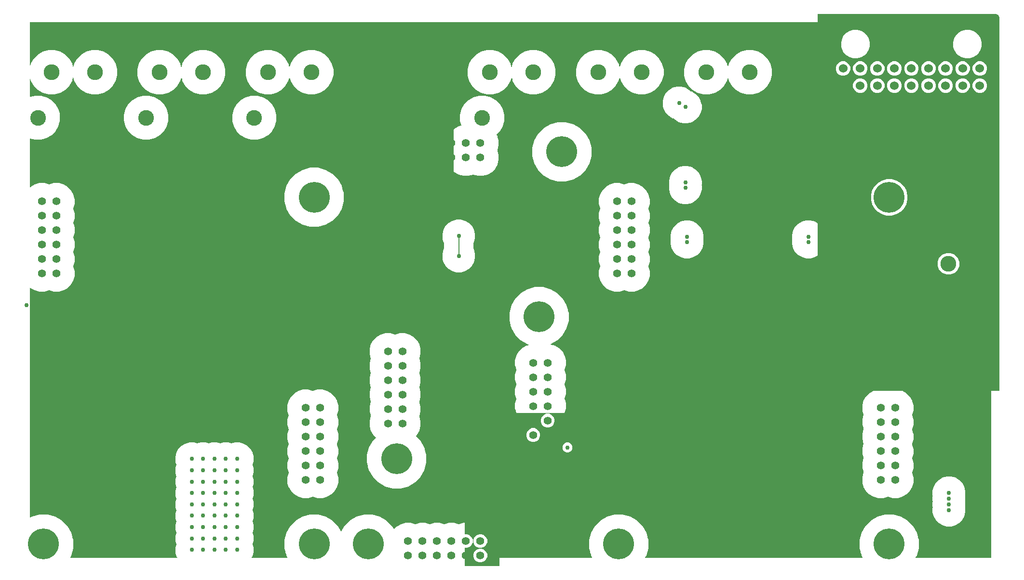
<source format=gbr>
G04 EAGLE Gerber RS-274X export*
G75*
%MOMM*%
%FSLAX34Y34*%
%LPD*%
%INCopper Layer 15*%
%IPPOS*%
%AMOC8*
5,1,8,0,0,1.08239X$1,22.5*%
G01*
%ADD10C,2.781300*%
%ADD11C,1.530000*%
%ADD12C,2.760000*%
%ADD13C,5.416000*%
%ADD14C,1.408000*%
%ADD15C,0.756400*%
%ADD16C,0.406400*%
%ADD17C,0.152400*%

G36*
X850050Y11172D02*
X850050Y11172D01*
X850101Y11174D01*
X850133Y11192D01*
X850169Y11200D01*
X850208Y11233D01*
X850253Y11257D01*
X850274Y11287D01*
X850302Y11310D01*
X850323Y11357D01*
X850353Y11399D01*
X850361Y11441D01*
X850373Y11469D01*
X850372Y11499D01*
X850380Y11541D01*
X850380Y26001D01*
X1013060Y26001D01*
X1013121Y26015D01*
X1013184Y26021D01*
X1013204Y26035D01*
X1013228Y26040D01*
X1013277Y26080D01*
X1013330Y26114D01*
X1013343Y26135D01*
X1013362Y26150D01*
X1013388Y26208D01*
X1013421Y26262D01*
X1013423Y26286D01*
X1013433Y26309D01*
X1013431Y26371D01*
X1013436Y26434D01*
X1013427Y26460D01*
X1013426Y26482D01*
X1013409Y26515D01*
X1013389Y26571D01*
X1011468Y29898D01*
X1011059Y31425D01*
X1010550Y33326D01*
X1010040Y35227D01*
X1009531Y37129D01*
X1007919Y43143D01*
X1007919Y56857D01*
X1011468Y70102D01*
X1018325Y81978D01*
X1028022Y91675D01*
X1039898Y98532D01*
X1053143Y102081D01*
X1066857Y102081D01*
X1080102Y98532D01*
X1091978Y91675D01*
X1101675Y81978D01*
X1108532Y70102D01*
X1109270Y67347D01*
X1109779Y65446D01*
X1110289Y63545D01*
X1110798Y61644D01*
X1110798Y61643D01*
X1111308Y59742D01*
X1111817Y57841D01*
X1112081Y56857D01*
X1112081Y43143D01*
X1108532Y29898D01*
X1106611Y26571D01*
X1106593Y26511D01*
X1106567Y26453D01*
X1106568Y26429D01*
X1106561Y26405D01*
X1106571Y26343D01*
X1106574Y26280D01*
X1106585Y26259D01*
X1106589Y26234D01*
X1106626Y26183D01*
X1106656Y26128D01*
X1106676Y26114D01*
X1106691Y26094D01*
X1106747Y26065D01*
X1106798Y26028D01*
X1106825Y26023D01*
X1106844Y26013D01*
X1106882Y26012D01*
X1106940Y26001D01*
X1488060Y26001D01*
X1488121Y26015D01*
X1488184Y26021D01*
X1488204Y26035D01*
X1488228Y26040D01*
X1488277Y26080D01*
X1488330Y26114D01*
X1488343Y26135D01*
X1488362Y26150D01*
X1488388Y26208D01*
X1488421Y26262D01*
X1488423Y26286D01*
X1488433Y26309D01*
X1488431Y26371D01*
X1488436Y26434D01*
X1488427Y26460D01*
X1488426Y26482D01*
X1488409Y26515D01*
X1488389Y26571D01*
X1486468Y29898D01*
X1486059Y31425D01*
X1485550Y33326D01*
X1485040Y35227D01*
X1484531Y37129D01*
X1482919Y43143D01*
X1482919Y56857D01*
X1486468Y70102D01*
X1493325Y81978D01*
X1503022Y91675D01*
X1514898Y98532D01*
X1528143Y102081D01*
X1541857Y102081D01*
X1555102Y98532D01*
X1566978Y91675D01*
X1576675Y81978D01*
X1583532Y70102D01*
X1584270Y67347D01*
X1584779Y65446D01*
X1585289Y63545D01*
X1585798Y61644D01*
X1585798Y61643D01*
X1586308Y59742D01*
X1586817Y57841D01*
X1587081Y56857D01*
X1587081Y43143D01*
X1583532Y29898D01*
X1581611Y26571D01*
X1581593Y26511D01*
X1581567Y26453D01*
X1581568Y26429D01*
X1581561Y26405D01*
X1581571Y26343D01*
X1581574Y26280D01*
X1581585Y26259D01*
X1581589Y26234D01*
X1581626Y26183D01*
X1581656Y26128D01*
X1581676Y26114D01*
X1581691Y26094D01*
X1581747Y26065D01*
X1581798Y26028D01*
X1581825Y26023D01*
X1581844Y26013D01*
X1581882Y26012D01*
X1581940Y26001D01*
X1713619Y26001D01*
X1713669Y26012D01*
X1713720Y26014D01*
X1713752Y26032D01*
X1713788Y26040D01*
X1713827Y26073D01*
X1713872Y26097D01*
X1713893Y26127D01*
X1713921Y26150D01*
X1713942Y26197D01*
X1713972Y26239D01*
X1713980Y26281D01*
X1713992Y26309D01*
X1713991Y26339D01*
X1713999Y26381D01*
X1713999Y319620D01*
X1728459Y319620D01*
X1728509Y319631D01*
X1728560Y319633D01*
X1728592Y319651D01*
X1728628Y319659D01*
X1728667Y319692D01*
X1728712Y319716D01*
X1728733Y319746D01*
X1728761Y319769D01*
X1728782Y319816D01*
X1728812Y319858D01*
X1728820Y319900D01*
X1728832Y319928D01*
X1728831Y319958D01*
X1728839Y320000D01*
X1728839Y975000D01*
X1728836Y975013D01*
X1728838Y975030D01*
X1728746Y976197D01*
X1728735Y976231D01*
X1728729Y976284D01*
X1728008Y978504D01*
X1727988Y978537D01*
X1727954Y978610D01*
X1726582Y980498D01*
X1726553Y980523D01*
X1726498Y980582D01*
X1724610Y981954D01*
X1724574Y981969D01*
X1724558Y981978D01*
X1724544Y981988D01*
X1724538Y981989D01*
X1724504Y982008D01*
X1722284Y982729D01*
X1722249Y982732D01*
X1722197Y982746D01*
X1721030Y982838D01*
X1721017Y982836D01*
X1721000Y982839D01*
X1410000Y982839D01*
X1409950Y982828D01*
X1409899Y982826D01*
X1409867Y982808D01*
X1409831Y982800D01*
X1409792Y982767D01*
X1409747Y982743D01*
X1409726Y982713D01*
X1409698Y982690D01*
X1409677Y982643D01*
X1409647Y982601D01*
X1409639Y982559D01*
X1409627Y982531D01*
X1409628Y982501D01*
X1409620Y982459D01*
X1409620Y967999D01*
X26381Y967999D01*
X26331Y967988D01*
X26280Y967986D01*
X26248Y967968D01*
X26212Y967960D01*
X26173Y967927D01*
X26128Y967903D01*
X26107Y967873D01*
X26079Y967850D01*
X26058Y967803D01*
X26028Y967761D01*
X26020Y967719D01*
X26008Y967691D01*
X26009Y967661D01*
X26001Y967619D01*
X26001Y892145D01*
X26009Y892108D01*
X26008Y892071D01*
X26029Y892025D01*
X26040Y891977D01*
X26064Y891947D01*
X26080Y891913D01*
X26119Y891882D01*
X26150Y891843D01*
X26185Y891828D01*
X26214Y891804D01*
X26263Y891793D01*
X26309Y891772D01*
X26346Y891774D01*
X26383Y891765D01*
X26432Y891777D01*
X26482Y891779D01*
X26515Y891797D01*
X26552Y891806D01*
X26590Y891838D01*
X26634Y891861D01*
X26656Y891892D01*
X26685Y891917D01*
X26712Y891972D01*
X26734Y892003D01*
X26738Y892026D01*
X26748Y892047D01*
X27544Y895018D01*
X32666Y903890D01*
X39910Y911134D01*
X48782Y916256D01*
X58678Y918907D01*
X68922Y918907D01*
X78818Y916256D01*
X87690Y911134D01*
X94934Y903890D01*
X100056Y895018D01*
X101243Y890589D01*
X101243Y890588D01*
X101533Y889506D01*
X101568Y889440D01*
X101599Y889372D01*
X101609Y889364D01*
X101615Y889353D01*
X101675Y889309D01*
X101733Y889262D01*
X101745Y889259D01*
X101756Y889252D01*
X101829Y889240D01*
X101902Y889224D01*
X101914Y889227D01*
X101927Y889225D01*
X101998Y889247D01*
X102071Y889264D01*
X102080Y889272D01*
X102092Y889276D01*
X102146Y889327D01*
X102204Y889375D01*
X102210Y889388D01*
X102218Y889395D01*
X102231Y889431D01*
X102267Y889506D01*
X103744Y895018D01*
X108866Y903890D01*
X116110Y911134D01*
X124982Y916256D01*
X134878Y918907D01*
X145122Y918907D01*
X155018Y916256D01*
X163890Y911134D01*
X171134Y903890D01*
X176256Y895018D01*
X178907Y885122D01*
X178907Y874878D01*
X176256Y864982D01*
X171134Y856110D01*
X163890Y848866D01*
X155018Y843744D01*
X145122Y841093D01*
X134878Y841093D01*
X124982Y843744D01*
X116110Y848866D01*
X108866Y856110D01*
X103744Y864982D01*
X103146Y867214D01*
X102267Y870494D01*
X102232Y870560D01*
X102201Y870628D01*
X102191Y870636D01*
X102186Y870647D01*
X102125Y870691D01*
X102067Y870738D01*
X102055Y870741D01*
X102044Y870748D01*
X101971Y870760D01*
X101898Y870776D01*
X101886Y870773D01*
X101873Y870775D01*
X101802Y870753D01*
X101729Y870736D01*
X101720Y870728D01*
X101708Y870724D01*
X101654Y870673D01*
X101596Y870625D01*
X101590Y870612D01*
X101582Y870605D01*
X101569Y870569D01*
X101533Y870494D01*
X100056Y864982D01*
X94934Y856110D01*
X87690Y848866D01*
X78818Y843744D01*
X68922Y841093D01*
X58678Y841093D01*
X48782Y843744D01*
X39910Y848866D01*
X32666Y856110D01*
X27544Y864982D01*
X26844Y867595D01*
X26748Y867953D01*
X26730Y867986D01*
X26722Y868023D01*
X26690Y868062D01*
X26666Y868106D01*
X26636Y868128D01*
X26612Y868157D01*
X26566Y868177D01*
X26525Y868206D01*
X26488Y868212D01*
X26453Y868228D01*
X26404Y868226D01*
X26354Y868234D01*
X26318Y868223D01*
X26280Y868221D01*
X26236Y868197D01*
X26189Y868183D01*
X26161Y868157D01*
X26128Y868139D01*
X26099Y868098D01*
X26063Y868063D01*
X26050Y868028D01*
X26028Y867997D01*
X26017Y867936D01*
X26004Y867901D01*
X26005Y867877D01*
X26001Y867855D01*
X26001Y836914D01*
X26004Y836901D01*
X26002Y836887D01*
X26023Y836817D01*
X26040Y836745D01*
X26049Y836735D01*
X26053Y836722D01*
X26104Y836668D01*
X26150Y836612D01*
X26163Y836606D01*
X26172Y836596D01*
X26241Y836571D01*
X26309Y836541D01*
X26322Y836541D01*
X26335Y836536D01*
X26479Y836547D01*
X26482Y836547D01*
X34892Y838801D01*
X45108Y838801D01*
X54976Y836157D01*
X63824Y831048D01*
X71048Y823824D01*
X76157Y814976D01*
X78006Y808074D01*
X78801Y805108D01*
X78801Y794892D01*
X76157Y785024D01*
X71048Y776176D01*
X63824Y768952D01*
X54976Y763843D01*
X45108Y761199D01*
X34892Y761199D01*
X26479Y763453D01*
X26466Y763454D01*
X26453Y763459D01*
X26380Y763457D01*
X26306Y763459D01*
X26294Y763453D01*
X26280Y763453D01*
X26216Y763418D01*
X26149Y763387D01*
X26140Y763376D01*
X26128Y763370D01*
X26086Y763310D01*
X26039Y763253D01*
X26036Y763239D01*
X26028Y763228D01*
X26001Y763086D01*
X26001Y678231D01*
X26007Y678206D01*
X26004Y678180D01*
X26026Y678123D01*
X26040Y678062D01*
X26057Y678043D01*
X26066Y678018D01*
X26111Y677976D01*
X26150Y677929D01*
X26174Y677918D01*
X26193Y677901D01*
X26252Y677883D01*
X26309Y677858D01*
X26334Y677859D01*
X26359Y677852D01*
X26420Y677862D01*
X26482Y677864D01*
X26504Y677877D01*
X26530Y677881D01*
X26601Y677929D01*
X26634Y677947D01*
X26640Y677955D01*
X26650Y677962D01*
X27327Y678639D01*
X34633Y682857D01*
X42782Y685041D01*
X51218Y685041D01*
X59367Y682857D01*
X59510Y682775D01*
X59547Y682764D01*
X59581Y682743D01*
X59629Y682739D01*
X59676Y682725D01*
X59714Y682731D01*
X59753Y682728D01*
X59810Y682747D01*
X59847Y682753D01*
X59864Y682766D01*
X59890Y682775D01*
X60033Y682857D01*
X68182Y685041D01*
X76618Y685041D01*
X84767Y682857D01*
X92074Y678639D01*
X98039Y672674D01*
X102257Y665367D01*
X102431Y664720D01*
X104163Y658256D01*
X104441Y657218D01*
X104441Y648782D01*
X102257Y640633D01*
X102175Y640490D01*
X102164Y640453D01*
X102143Y640419D01*
X102139Y640371D01*
X102125Y640324D01*
X102131Y640286D01*
X102128Y640247D01*
X102147Y640190D01*
X102153Y640153D01*
X102166Y640136D01*
X102175Y640110D01*
X102257Y639967D01*
X103164Y636582D01*
X103164Y636581D01*
X104441Y631818D01*
X104441Y623382D01*
X102257Y615233D01*
X102175Y615090D01*
X102164Y615053D01*
X102143Y615019D01*
X102139Y614971D01*
X102125Y614924D01*
X102131Y614886D01*
X102128Y614847D01*
X102147Y614790D01*
X102153Y614753D01*
X102166Y614736D01*
X102175Y614710D01*
X102257Y614567D01*
X102676Y613006D01*
X104408Y606542D01*
X104441Y606418D01*
X104441Y597982D01*
X102257Y589833D01*
X102175Y589690D01*
X102164Y589653D01*
X102143Y589619D01*
X102139Y589571D01*
X102125Y589524D01*
X102131Y589486D01*
X102128Y589447D01*
X102147Y589390D01*
X102153Y589353D01*
X102166Y589336D01*
X102175Y589310D01*
X102257Y589167D01*
X103409Y584868D01*
X103409Y584867D01*
X104441Y581018D01*
X104441Y572582D01*
X102257Y564433D01*
X102175Y564290D01*
X102164Y564253D01*
X102143Y564219D01*
X102139Y564171D01*
X102125Y564124D01*
X102131Y564086D01*
X102128Y564047D01*
X102147Y563990D01*
X102153Y563953D01*
X102166Y563936D01*
X102175Y563910D01*
X102257Y563767D01*
X102920Y561292D01*
X104441Y555618D01*
X104441Y547182D01*
X102257Y539033D01*
X102175Y538890D01*
X102164Y538853D01*
X102143Y538819D01*
X102139Y538771D01*
X102125Y538724D01*
X102131Y538686D01*
X102128Y538647D01*
X102147Y538590D01*
X102153Y538553D01*
X102166Y538536D01*
X102175Y538510D01*
X102257Y538367D01*
X103654Y533154D01*
X103654Y533153D01*
X104441Y530218D01*
X104441Y521782D01*
X102257Y513633D01*
X98039Y506326D01*
X92074Y500361D01*
X84767Y496143D01*
X76618Y493959D01*
X68182Y493959D01*
X60033Y496143D01*
X59890Y496225D01*
X59853Y496236D01*
X59819Y496257D01*
X59771Y496261D01*
X59724Y496275D01*
X59686Y496269D01*
X59647Y496272D01*
X59590Y496253D01*
X59553Y496247D01*
X59536Y496234D01*
X59510Y496225D01*
X59367Y496143D01*
X51218Y493959D01*
X42782Y493959D01*
X34633Y496143D01*
X27327Y500361D01*
X26650Y501038D01*
X26628Y501051D01*
X26612Y501071D01*
X26555Y501097D01*
X26503Y501129D01*
X26477Y501132D01*
X26453Y501142D01*
X26392Y501140D01*
X26330Y501146D01*
X26306Y501137D01*
X26280Y501136D01*
X26226Y501106D01*
X26168Y501084D01*
X26151Y501065D01*
X26128Y501053D01*
X26093Y501002D01*
X26051Y500957D01*
X26043Y500932D01*
X26028Y500911D01*
X26012Y500827D01*
X26001Y500791D01*
X26003Y500781D01*
X26001Y500769D01*
X26001Y96940D01*
X26015Y96879D01*
X26021Y96816D01*
X26035Y96796D01*
X26040Y96772D01*
X26080Y96723D01*
X26114Y96670D01*
X26135Y96657D01*
X26150Y96638D01*
X26208Y96612D01*
X26262Y96579D01*
X26286Y96577D01*
X26309Y96567D01*
X26371Y96569D01*
X26434Y96564D01*
X26460Y96573D01*
X26482Y96574D01*
X26515Y96591D01*
X26571Y96611D01*
X29898Y98532D01*
X43143Y102081D01*
X56857Y102081D01*
X70102Y98532D01*
X81978Y91675D01*
X91675Y81978D01*
X98532Y70102D01*
X99270Y67347D01*
X99779Y65446D01*
X100289Y63545D01*
X100798Y61644D01*
X100798Y61643D01*
X101308Y59742D01*
X101817Y57841D01*
X102081Y56857D01*
X102081Y43143D01*
X98532Y29898D01*
X96611Y26571D01*
X96593Y26511D01*
X96567Y26453D01*
X96568Y26429D01*
X96561Y26405D01*
X96571Y26343D01*
X96574Y26280D01*
X96585Y26259D01*
X96589Y26234D01*
X96626Y26183D01*
X96656Y26128D01*
X96676Y26114D01*
X96691Y26094D01*
X96747Y26065D01*
X96798Y26028D01*
X96825Y26023D01*
X96844Y26013D01*
X96882Y26012D01*
X96940Y26001D01*
X284188Y26001D01*
X284250Y26015D01*
X284312Y26021D01*
X284333Y26035D01*
X284357Y26040D01*
X284406Y26080D01*
X284459Y26114D01*
X284472Y26135D01*
X284491Y26150D01*
X284517Y26208D01*
X284549Y26262D01*
X284552Y26286D01*
X284562Y26309D01*
X284559Y26371D01*
X284565Y26434D01*
X284556Y26460D01*
X284555Y26482D01*
X284537Y26515D01*
X284518Y26571D01*
X283179Y28890D01*
X282500Y31425D01*
X281990Y33326D01*
X281217Y36211D01*
X281217Y43789D01*
X282855Y49902D01*
X282856Y49929D01*
X282865Y49954D01*
X282859Y50037D01*
X282861Y50075D01*
X282856Y50085D01*
X282855Y50098D01*
X281643Y54620D01*
X281217Y56211D01*
X281217Y63789D01*
X282855Y69902D01*
X282856Y69929D01*
X282865Y69954D01*
X282859Y70037D01*
X282861Y70075D01*
X282856Y70085D01*
X282855Y70098D01*
X281399Y75534D01*
X281217Y76211D01*
X281217Y83789D01*
X282855Y89902D01*
X282856Y89929D01*
X282865Y89954D01*
X282859Y90037D01*
X282861Y90075D01*
X282856Y90085D01*
X282855Y90098D01*
X281561Y94927D01*
X281217Y96211D01*
X281217Y103789D01*
X282855Y109902D01*
X282856Y109929D01*
X282865Y109954D01*
X282859Y110037D01*
X282861Y110075D01*
X282856Y110085D01*
X282855Y110098D01*
X282437Y111658D01*
X281316Y115840D01*
X281217Y116211D01*
X281217Y123789D01*
X282855Y129902D01*
X282856Y129929D01*
X282865Y129954D01*
X282859Y130037D01*
X282861Y130075D01*
X282856Y130085D01*
X282855Y130098D01*
X282396Y131811D01*
X281275Y135994D01*
X281217Y136211D01*
X281217Y143789D01*
X282855Y149902D01*
X282856Y149929D01*
X282865Y149954D01*
X282859Y150037D01*
X282861Y150075D01*
X282856Y150085D01*
X282855Y150098D01*
X282151Y152725D01*
X281217Y156211D01*
X281217Y163789D01*
X282855Y169902D01*
X282856Y169929D01*
X282865Y169954D01*
X282859Y170037D01*
X282861Y170075D01*
X282856Y170085D01*
X282855Y170098D01*
X282620Y170977D01*
X281217Y176211D01*
X281217Y183789D01*
X282855Y189902D01*
X282856Y189929D01*
X282865Y189954D01*
X282859Y190037D01*
X282861Y190075D01*
X282856Y190085D01*
X282855Y190098D01*
X282477Y191510D01*
X281967Y193411D01*
X281217Y196211D01*
X281217Y203789D01*
X283179Y211110D01*
X286968Y217673D01*
X292327Y223032D01*
X298890Y226821D01*
X306211Y228783D01*
X313789Y228783D01*
X319902Y227145D01*
X319928Y227144D01*
X319954Y227135D01*
X320037Y227141D01*
X320075Y227139D01*
X320085Y227144D01*
X320098Y227145D01*
X326211Y228783D01*
X333789Y228783D01*
X339902Y227145D01*
X339928Y227144D01*
X339954Y227135D01*
X340037Y227141D01*
X340075Y227139D01*
X340085Y227144D01*
X340098Y227145D01*
X346211Y228783D01*
X353789Y228783D01*
X359902Y227145D01*
X359929Y227144D01*
X359954Y227135D01*
X360037Y227141D01*
X360075Y227139D01*
X360085Y227144D01*
X360098Y227145D01*
X366211Y228783D01*
X373789Y228783D01*
X379902Y227145D01*
X379929Y227144D01*
X379954Y227135D01*
X380037Y227141D01*
X380075Y227139D01*
X380085Y227144D01*
X380098Y227145D01*
X386211Y228783D01*
X393789Y228783D01*
X401110Y226821D01*
X407673Y223032D01*
X413032Y217673D01*
X416821Y211110D01*
X417848Y207279D01*
X418357Y205378D01*
X418783Y203789D01*
X418783Y196211D01*
X417145Y190098D01*
X417144Y190071D01*
X417135Y190046D01*
X417141Y189963D01*
X417139Y189925D01*
X417144Y189915D01*
X417145Y189902D01*
X418194Y185985D01*
X418783Y183789D01*
X418783Y176211D01*
X417145Y170098D01*
X417144Y170071D01*
X417135Y170046D01*
X417141Y169963D01*
X417139Y169925D01*
X417144Y169915D01*
X417145Y169902D01*
X418235Y165832D01*
X418783Y163789D01*
X418783Y156211D01*
X417145Y150098D01*
X417144Y150071D01*
X417135Y150046D01*
X417141Y149963D01*
X417139Y149925D01*
X417144Y149915D01*
X417145Y149902D01*
X417563Y148341D01*
X417563Y148340D01*
X418783Y143789D01*
X418783Y136211D01*
X417145Y130098D01*
X417144Y130071D01*
X417135Y130046D01*
X417141Y129963D01*
X417139Y129925D01*
X417144Y129915D01*
X417145Y129902D01*
X418783Y123789D01*
X418783Y116211D01*
X417145Y110098D01*
X417144Y110071D01*
X417135Y110046D01*
X417141Y109963D01*
X417139Y109925D01*
X417144Y109915D01*
X417145Y109902D01*
X418562Y104612D01*
X418783Y103789D01*
X418783Y96211D01*
X417145Y90098D01*
X417144Y90071D01*
X417135Y90046D01*
X417141Y89963D01*
X417139Y89925D01*
X417144Y89915D01*
X417145Y89902D01*
X417890Y87120D01*
X418783Y83789D01*
X418783Y76211D01*
X417145Y70098D01*
X417144Y70072D01*
X417135Y70046D01*
X417141Y69963D01*
X417139Y69925D01*
X417144Y69915D01*
X417145Y69902D01*
X418783Y63789D01*
X418783Y56211D01*
X417145Y50098D01*
X417144Y50072D01*
X417135Y50046D01*
X417141Y49963D01*
X417139Y49925D01*
X417144Y49915D01*
X417145Y49902D01*
X418783Y43789D01*
X418783Y36211D01*
X416821Y28890D01*
X415482Y26571D01*
X415464Y26511D01*
X415438Y26453D01*
X415439Y26429D01*
X415432Y26405D01*
X415442Y26343D01*
X415445Y26280D01*
X415457Y26259D01*
X415461Y26234D01*
X415498Y26183D01*
X415528Y26128D01*
X415548Y26114D01*
X415562Y26094D01*
X415618Y26065D01*
X415669Y26028D01*
X415696Y26023D01*
X415715Y26013D01*
X415753Y26012D01*
X415812Y26001D01*
X478060Y26001D01*
X478121Y26015D01*
X478184Y26021D01*
X478204Y26035D01*
X478228Y26040D01*
X478277Y26080D01*
X478330Y26114D01*
X478343Y26135D01*
X478362Y26150D01*
X478388Y26208D01*
X478421Y26262D01*
X478423Y26286D01*
X478433Y26309D01*
X478431Y26371D01*
X478436Y26434D01*
X478427Y26460D01*
X478426Y26482D01*
X478409Y26515D01*
X478389Y26571D01*
X476468Y29898D01*
X476059Y31425D01*
X475550Y33326D01*
X475040Y35227D01*
X474531Y37129D01*
X472919Y43143D01*
X472919Y56857D01*
X476468Y70102D01*
X483325Y81978D01*
X493022Y91675D01*
X504898Y98532D01*
X518143Y102081D01*
X531857Y102081D01*
X545102Y98532D01*
X556978Y91675D01*
X566675Y81978D01*
X572171Y72459D01*
X572214Y72413D01*
X572251Y72363D01*
X572272Y72351D01*
X572289Y72333D01*
X572348Y72311D01*
X572404Y72282D01*
X572428Y72281D01*
X572452Y72272D01*
X572514Y72279D01*
X572577Y72277D01*
X572599Y72288D01*
X572624Y72290D01*
X572677Y72324D01*
X572734Y72350D01*
X572752Y72371D01*
X572771Y72382D01*
X572790Y72414D01*
X572829Y72459D01*
X578325Y81978D01*
X588022Y91675D01*
X599898Y98532D01*
X613143Y102081D01*
X626857Y102081D01*
X640102Y98532D01*
X651978Y91675D01*
X661675Y81978D01*
X664938Y76327D01*
X664947Y76317D01*
X664952Y76304D01*
X665006Y76254D01*
X665056Y76201D01*
X665069Y76196D01*
X665079Y76187D01*
X665149Y76166D01*
X665219Y76140D01*
X665232Y76141D01*
X665245Y76138D01*
X665318Y76150D01*
X665391Y76158D01*
X665402Y76165D01*
X665416Y76167D01*
X665536Y76248D01*
X670327Y81039D01*
X677633Y85257D01*
X685782Y87441D01*
X694218Y87441D01*
X702367Y85257D01*
X702510Y85175D01*
X702547Y85164D01*
X702581Y85143D01*
X702629Y85139D01*
X702676Y85125D01*
X702714Y85131D01*
X702753Y85128D01*
X702810Y85147D01*
X702847Y85153D01*
X702864Y85166D01*
X702890Y85175D01*
X703033Y85257D01*
X711182Y87441D01*
X719618Y87441D01*
X727767Y85257D01*
X727910Y85175D01*
X727947Y85164D01*
X727981Y85143D01*
X728029Y85139D01*
X728076Y85125D01*
X728114Y85131D01*
X728153Y85128D01*
X728210Y85147D01*
X728247Y85153D01*
X728264Y85166D01*
X728290Y85175D01*
X728433Y85257D01*
X736582Y87441D01*
X745018Y87441D01*
X753167Y85257D01*
X753310Y85175D01*
X753347Y85164D01*
X753381Y85143D01*
X753429Y85139D01*
X753476Y85125D01*
X753514Y85131D01*
X753553Y85128D01*
X753610Y85147D01*
X753647Y85153D01*
X753664Y85166D01*
X753690Y85175D01*
X753833Y85257D01*
X761982Y87441D01*
X770418Y87441D01*
X778567Y85257D01*
X778710Y85175D01*
X778747Y85164D01*
X778781Y85143D01*
X778829Y85139D01*
X778876Y85125D01*
X778914Y85131D01*
X778953Y85128D01*
X779010Y85147D01*
X779047Y85153D01*
X779064Y85166D01*
X779090Y85175D01*
X779233Y85257D01*
X787382Y87441D01*
X789620Y87441D01*
X789620Y67821D01*
X789631Y67771D01*
X789633Y67720D01*
X789651Y67688D01*
X789659Y67652D01*
X789692Y67613D01*
X789716Y67568D01*
X789746Y67547D01*
X789769Y67519D01*
X789816Y67498D01*
X789858Y67468D01*
X789900Y67460D01*
X789928Y67448D01*
X789958Y67449D01*
X790000Y67441D01*
X793995Y67441D01*
X798421Y65608D01*
X801808Y62221D01*
X803641Y57795D01*
X803641Y53005D01*
X801808Y48579D01*
X798421Y45192D01*
X793995Y43359D01*
X790000Y43359D01*
X789950Y43348D01*
X789899Y43346D01*
X789867Y43328D01*
X789831Y43320D01*
X789792Y43287D01*
X789747Y43263D01*
X789726Y43233D01*
X789698Y43210D01*
X789677Y43163D01*
X789647Y43121D01*
X789639Y43079D01*
X789627Y43051D01*
X789628Y43021D01*
X789620Y42979D01*
X789620Y11541D01*
X789631Y11491D01*
X789633Y11440D01*
X789651Y11408D01*
X789659Y11372D01*
X789692Y11333D01*
X789716Y11288D01*
X789746Y11267D01*
X789769Y11239D01*
X789816Y11218D01*
X789858Y11188D01*
X789900Y11180D01*
X789928Y11168D01*
X789958Y11169D01*
X790000Y11161D01*
X850000Y11161D01*
X850050Y11172D01*
G37*
%LPC*%
G36*
X663143Y147919D02*
X663143Y147919D01*
X649898Y151468D01*
X638022Y158325D01*
X628325Y168022D01*
X621468Y179898D01*
X619783Y186187D01*
X619274Y188088D01*
X618764Y189989D01*
X618255Y191890D01*
X617919Y193143D01*
X617919Y206857D01*
X621468Y220102D01*
X628325Y231978D01*
X633548Y237202D01*
X633575Y237245D01*
X633610Y237282D01*
X633620Y237318D01*
X633640Y237349D01*
X633645Y237400D01*
X633659Y237448D01*
X633653Y237485D01*
X633656Y237521D01*
X633638Y237569D01*
X633629Y237619D01*
X633606Y237655D01*
X633595Y237683D01*
X633572Y237704D01*
X633548Y237739D01*
X628961Y242327D01*
X624743Y249633D01*
X623607Y253871D01*
X622559Y257782D01*
X622559Y266218D01*
X624743Y274367D01*
X624825Y274510D01*
X624836Y274547D01*
X624857Y274581D01*
X624860Y274611D01*
X624860Y274612D01*
X624860Y274615D01*
X624861Y274629D01*
X624875Y274676D01*
X624869Y274714D01*
X624872Y274753D01*
X624853Y274810D01*
X624847Y274847D01*
X624834Y274864D01*
X624825Y274890D01*
X624743Y275033D01*
X624605Y275545D01*
X624096Y277447D01*
X622559Y283182D01*
X622559Y291618D01*
X624743Y299767D01*
X624825Y299910D01*
X624836Y299947D01*
X624857Y299981D01*
X624861Y300029D01*
X624875Y300076D01*
X624869Y300114D01*
X624872Y300153D01*
X624853Y300210D01*
X624847Y300247D01*
X624834Y300264D01*
X624825Y300290D01*
X624743Y300433D01*
X623362Y305585D01*
X622559Y308582D01*
X622559Y317018D01*
X624743Y325167D01*
X624825Y325310D01*
X624836Y325347D01*
X624857Y325381D01*
X624861Y325429D01*
X624875Y325476D01*
X624869Y325514D01*
X624872Y325553D01*
X624853Y325610D01*
X624847Y325647D01*
X624834Y325664D01*
X624825Y325690D01*
X624743Y325833D01*
X623851Y329161D01*
X622559Y333982D01*
X622559Y342418D01*
X624743Y350567D01*
X624825Y350710D01*
X624836Y350747D01*
X624857Y350781D01*
X624861Y350829D01*
X624875Y350876D01*
X624869Y350914D01*
X624872Y350953D01*
X624853Y351010D01*
X624847Y351047D01*
X624834Y351064D01*
X624825Y351090D01*
X624743Y351233D01*
X623117Y357299D01*
X622559Y359382D01*
X622559Y367818D01*
X624743Y375967D01*
X624825Y376110D01*
X624836Y376147D01*
X624857Y376181D01*
X624861Y376229D01*
X624875Y376276D01*
X624869Y376314D01*
X624872Y376353D01*
X624853Y376410D01*
X624847Y376447D01*
X624834Y376464D01*
X624825Y376490D01*
X624743Y376633D01*
X623606Y380875D01*
X622559Y384782D01*
X622559Y393218D01*
X624743Y401367D01*
X628961Y408674D01*
X634926Y414639D01*
X642233Y418857D01*
X650382Y421041D01*
X658818Y421041D01*
X666967Y418857D01*
X667110Y418775D01*
X667147Y418764D01*
X667181Y418743D01*
X667229Y418739D01*
X667276Y418725D01*
X667314Y418731D01*
X667353Y418728D01*
X667410Y418747D01*
X667447Y418753D01*
X667464Y418766D01*
X667490Y418775D01*
X667633Y418857D01*
X675782Y421041D01*
X684218Y421041D01*
X692367Y418857D01*
X699674Y414639D01*
X705639Y408674D01*
X709857Y401367D01*
X711021Y397024D01*
X711530Y395123D01*
X712041Y393218D01*
X712041Y384782D01*
X709857Y376633D01*
X709775Y376490D01*
X709764Y376453D01*
X709743Y376419D01*
X709739Y376371D01*
X709725Y376324D01*
X709731Y376286D01*
X709728Y376247D01*
X709747Y376190D01*
X709753Y376153D01*
X709766Y376136D01*
X709775Y376110D01*
X709857Y375967D01*
X710532Y373449D01*
X710532Y373448D01*
X712041Y367818D01*
X712041Y359382D01*
X709857Y351233D01*
X709775Y351090D01*
X709764Y351053D01*
X709743Y351019D01*
X709739Y350971D01*
X709725Y350924D01*
X709731Y350886D01*
X709728Y350847D01*
X709747Y350790D01*
X709753Y350753D01*
X709766Y350736D01*
X709775Y350710D01*
X709857Y350567D01*
X710043Y349873D01*
X711775Y343409D01*
X712041Y342418D01*
X712041Y333982D01*
X709857Y325833D01*
X709775Y325690D01*
X709764Y325653D01*
X709743Y325619D01*
X709739Y325571D01*
X709725Y325524D01*
X709731Y325486D01*
X709728Y325447D01*
X709747Y325390D01*
X709753Y325353D01*
X709766Y325336D01*
X709775Y325310D01*
X709857Y325167D01*
X710777Y321735D01*
X710777Y321734D01*
X712041Y317018D01*
X712041Y308582D01*
X709857Y300433D01*
X709775Y300290D01*
X709764Y300253D01*
X709743Y300219D01*
X709739Y300171D01*
X709725Y300124D01*
X709731Y300086D01*
X709728Y300047D01*
X709747Y299990D01*
X709753Y299953D01*
X709766Y299936D01*
X709775Y299910D01*
X709857Y299767D01*
X710288Y298159D01*
X712020Y291695D01*
X712041Y291618D01*
X712041Y283182D01*
X709857Y275033D01*
X709775Y274890D01*
X709764Y274853D01*
X709743Y274819D01*
X709739Y274771D01*
X709725Y274724D01*
X709731Y274686D01*
X709728Y274647D01*
X709746Y274593D01*
X709747Y274584D01*
X709749Y274579D01*
X709753Y274553D01*
X709766Y274536D01*
X709775Y274510D01*
X709857Y274367D01*
X711022Y270021D01*
X711022Y270020D01*
X712041Y266218D01*
X712041Y257782D01*
X709857Y249633D01*
X705639Y242327D01*
X703752Y240439D01*
X703725Y240396D01*
X703690Y240359D01*
X703680Y240323D01*
X703660Y240292D01*
X703655Y240241D01*
X703641Y240192D01*
X703647Y240156D01*
X703644Y240120D01*
X703662Y240072D01*
X703671Y240022D01*
X703694Y239986D01*
X703705Y239958D01*
X703728Y239937D01*
X703752Y239902D01*
X711675Y231978D01*
X718532Y220102D01*
X719013Y218307D01*
X719013Y218306D01*
X719522Y216405D01*
X722081Y206857D01*
X722081Y193143D01*
X718532Y179898D01*
X711675Y168022D01*
X701978Y158325D01*
X690102Y151468D01*
X676857Y147919D01*
X663143Y147919D01*
G37*
%LPD*%
%LPC*%
G36*
X880173Y280380D02*
X880173Y280380D01*
X880143Y280433D01*
X880026Y280869D01*
X878294Y287333D01*
X877959Y288582D01*
X877959Y297018D01*
X880143Y305167D01*
X880225Y305310D01*
X880236Y305347D01*
X880257Y305381D01*
X880260Y305411D01*
X880260Y305412D01*
X880260Y305416D01*
X880261Y305429D01*
X880275Y305476D01*
X880269Y305514D01*
X880272Y305553D01*
X880253Y305610D01*
X880247Y305647D01*
X880234Y305664D01*
X880225Y305690D01*
X880143Y305833D01*
X879292Y309007D01*
X877959Y313982D01*
X877959Y322418D01*
X880143Y330567D01*
X880225Y330710D01*
X880236Y330747D01*
X880257Y330781D01*
X880261Y330829D01*
X880275Y330876D01*
X880269Y330914D01*
X880272Y330953D01*
X880253Y331010D01*
X880247Y331047D01*
X880234Y331064D01*
X880225Y331090D01*
X880143Y331233D01*
X879781Y332583D01*
X878049Y339047D01*
X877959Y339382D01*
X877959Y347818D01*
X880143Y355967D01*
X880225Y356110D01*
X880236Y356147D01*
X880257Y356181D01*
X880261Y356229D01*
X880275Y356276D01*
X880269Y356314D01*
X880272Y356353D01*
X880253Y356410D01*
X880247Y356447D01*
X880234Y356464D01*
X880225Y356490D01*
X880143Y356633D01*
X879047Y360721D01*
X877959Y364782D01*
X877959Y373218D01*
X880143Y381367D01*
X884361Y388674D01*
X890326Y394639D01*
X897633Y398857D01*
X902267Y400099D01*
X902333Y400134D01*
X902401Y400165D01*
X902409Y400175D01*
X902420Y400181D01*
X902463Y400242D01*
X902511Y400300D01*
X902513Y400312D01*
X902520Y400322D01*
X902532Y400396D01*
X902549Y400469D01*
X902546Y400481D01*
X902548Y400493D01*
X902526Y400564D01*
X902508Y400637D01*
X902500Y400647D01*
X902497Y400658D01*
X902445Y400713D01*
X902397Y400770D01*
X902385Y400776D01*
X902378Y400784D01*
X902342Y400797D01*
X902267Y400834D01*
X899898Y401468D01*
X888022Y408325D01*
X878325Y418022D01*
X871468Y429898D01*
X871359Y430307D01*
X870849Y432208D01*
X870340Y434110D01*
X869830Y436011D01*
X867919Y443143D01*
X867919Y456857D01*
X871468Y470102D01*
X878325Y481978D01*
X888022Y491675D01*
X899898Y498532D01*
X913143Y502081D01*
X926857Y502081D01*
X940102Y498532D01*
X951978Y491675D01*
X961675Y481978D01*
X968532Y470102D01*
X970079Y464328D01*
X970588Y462427D01*
X971098Y460526D01*
X971607Y458625D01*
X971607Y458624D01*
X972081Y456857D01*
X972081Y443143D01*
X968532Y429898D01*
X961675Y418022D01*
X951978Y408325D01*
X940238Y401547D01*
X940219Y401529D01*
X940196Y401518D01*
X940157Y401471D01*
X940112Y401428D01*
X940102Y401404D01*
X940086Y401384D01*
X940073Y401324D01*
X940051Y401266D01*
X940054Y401240D01*
X940048Y401215D01*
X940062Y401155D01*
X940069Y401094D01*
X940082Y401072D01*
X940088Y401047D01*
X940128Y400999D01*
X940161Y400947D01*
X940183Y400933D01*
X940199Y400914D01*
X940277Y400876D01*
X940309Y400856D01*
X940319Y400856D01*
X940330Y400850D01*
X947767Y398857D01*
X955074Y394639D01*
X961039Y388674D01*
X965257Y381367D01*
X966462Y376871D01*
X967441Y373218D01*
X967441Y364782D01*
X965257Y356633D01*
X965175Y356490D01*
X965164Y356453D01*
X965143Y356419D01*
X965139Y356371D01*
X965125Y356324D01*
X965131Y356286D01*
X965128Y356247D01*
X965147Y356190D01*
X965153Y356153D01*
X965166Y356136D01*
X965175Y356110D01*
X965257Y355967D01*
X965973Y353295D01*
X967441Y347818D01*
X967441Y339382D01*
X965257Y331233D01*
X965175Y331090D01*
X965164Y331053D01*
X965143Y331019D01*
X965139Y330971D01*
X965125Y330924D01*
X965131Y330886D01*
X965128Y330847D01*
X965147Y330790D01*
X965153Y330753D01*
X965166Y330736D01*
X965175Y330710D01*
X965257Y330567D01*
X966707Y325157D01*
X967441Y322418D01*
X967441Y313982D01*
X965257Y305833D01*
X965175Y305690D01*
X965164Y305653D01*
X965143Y305619D01*
X965139Y305571D01*
X965125Y305524D01*
X965131Y305486D01*
X965128Y305447D01*
X965146Y305393D01*
X965146Y305384D01*
X965149Y305379D01*
X965153Y305353D01*
X965166Y305336D01*
X965175Y305310D01*
X965257Y305167D01*
X966218Y301581D01*
X967441Y297018D01*
X967441Y288582D01*
X965257Y280433D01*
X965227Y280380D01*
X880173Y280380D01*
G37*
%LPD*%
%LPC*%
G36*
X1052782Y493959D02*
X1052782Y493959D01*
X1044633Y496143D01*
X1037326Y500361D01*
X1031361Y506326D01*
X1027143Y513633D01*
X1026239Y517004D01*
X1024959Y521782D01*
X1024959Y530218D01*
X1027143Y538367D01*
X1027225Y538510D01*
X1027236Y538547D01*
X1027257Y538581D01*
X1027261Y538629D01*
X1027275Y538676D01*
X1027269Y538714D01*
X1027272Y538753D01*
X1027253Y538810D01*
X1027247Y538847D01*
X1027234Y538864D01*
X1027225Y538890D01*
X1027143Y539033D01*
X1024996Y547044D01*
X1024959Y547182D01*
X1024959Y555618D01*
X1027143Y563767D01*
X1027225Y563910D01*
X1027236Y563947D01*
X1027257Y563981D01*
X1027261Y564029D01*
X1027275Y564076D01*
X1027269Y564114D01*
X1027272Y564153D01*
X1027253Y564210D01*
X1027247Y564247D01*
X1027234Y564264D01*
X1027225Y564290D01*
X1027143Y564433D01*
X1025995Y568718D01*
X1025994Y568718D01*
X1024959Y572582D01*
X1024959Y581018D01*
X1027143Y589167D01*
X1027225Y589310D01*
X1027236Y589347D01*
X1027257Y589381D01*
X1027261Y589429D01*
X1027275Y589476D01*
X1027269Y589514D01*
X1027272Y589553D01*
X1027253Y589610D01*
X1027247Y589647D01*
X1027234Y589664D01*
X1027225Y589690D01*
X1027143Y589833D01*
X1026483Y592294D01*
X1024959Y597982D01*
X1024959Y606418D01*
X1027143Y614567D01*
X1027225Y614710D01*
X1027236Y614747D01*
X1027257Y614781D01*
X1027261Y614829D01*
X1027275Y614876D01*
X1027269Y614914D01*
X1027272Y614953D01*
X1027253Y615010D01*
X1027247Y615047D01*
X1027234Y615064D01*
X1027225Y615090D01*
X1027143Y615233D01*
X1025750Y620432D01*
X1024959Y623382D01*
X1024959Y631818D01*
X1027143Y639967D01*
X1027225Y640110D01*
X1027236Y640147D01*
X1027257Y640181D01*
X1027261Y640229D01*
X1027275Y640276D01*
X1027269Y640314D01*
X1027272Y640353D01*
X1027253Y640410D01*
X1027247Y640447D01*
X1027234Y640464D01*
X1027225Y640490D01*
X1027143Y640633D01*
X1026238Y644008D01*
X1024959Y648782D01*
X1024959Y657218D01*
X1027143Y665367D01*
X1031361Y672674D01*
X1037326Y678639D01*
X1044633Y682857D01*
X1052782Y685041D01*
X1061218Y685041D01*
X1069367Y682857D01*
X1069510Y682775D01*
X1069547Y682764D01*
X1069581Y682743D01*
X1069629Y682739D01*
X1069676Y682725D01*
X1069714Y682731D01*
X1069753Y682728D01*
X1069810Y682747D01*
X1069847Y682753D01*
X1069864Y682766D01*
X1069890Y682775D01*
X1070033Y682857D01*
X1078182Y685041D01*
X1086618Y685041D01*
X1094767Y682857D01*
X1102074Y678639D01*
X1108039Y672674D01*
X1112257Y665367D01*
X1112431Y664720D01*
X1114163Y658256D01*
X1114441Y657218D01*
X1114441Y648782D01*
X1112257Y640633D01*
X1112175Y640490D01*
X1112164Y640453D01*
X1112143Y640419D01*
X1112139Y640371D01*
X1112125Y640324D01*
X1112131Y640286D01*
X1112128Y640247D01*
X1112147Y640190D01*
X1112153Y640153D01*
X1112166Y640136D01*
X1112175Y640110D01*
X1112257Y639967D01*
X1113164Y636582D01*
X1113164Y636581D01*
X1114441Y631818D01*
X1114441Y623382D01*
X1112257Y615233D01*
X1112175Y615090D01*
X1112164Y615053D01*
X1112143Y615019D01*
X1112139Y614971D01*
X1112125Y614924D01*
X1112131Y614886D01*
X1112128Y614847D01*
X1112147Y614790D01*
X1112153Y614753D01*
X1112166Y614736D01*
X1112175Y614710D01*
X1112257Y614567D01*
X1112676Y613006D01*
X1114408Y606542D01*
X1114441Y606418D01*
X1114441Y597982D01*
X1112257Y589833D01*
X1112175Y589690D01*
X1112164Y589653D01*
X1112143Y589619D01*
X1112139Y589571D01*
X1112125Y589524D01*
X1112131Y589486D01*
X1112128Y589447D01*
X1112147Y589390D01*
X1112153Y589353D01*
X1112166Y589336D01*
X1112175Y589310D01*
X1112257Y589167D01*
X1113409Y584868D01*
X1113409Y584867D01*
X1114441Y581018D01*
X1114441Y572582D01*
X1112257Y564433D01*
X1112175Y564290D01*
X1112164Y564253D01*
X1112143Y564219D01*
X1112139Y564171D01*
X1112125Y564124D01*
X1112131Y564086D01*
X1112128Y564047D01*
X1112147Y563990D01*
X1112153Y563953D01*
X1112166Y563936D01*
X1112175Y563910D01*
X1112257Y563767D01*
X1112920Y561292D01*
X1114441Y555618D01*
X1114441Y547182D01*
X1112257Y539033D01*
X1112175Y538890D01*
X1112164Y538853D01*
X1112143Y538819D01*
X1112139Y538771D01*
X1112125Y538724D01*
X1112131Y538686D01*
X1112128Y538647D01*
X1112147Y538590D01*
X1112153Y538553D01*
X1112166Y538536D01*
X1112175Y538510D01*
X1112257Y538367D01*
X1113654Y533154D01*
X1113654Y533153D01*
X1114441Y530218D01*
X1114441Y521782D01*
X1112257Y513633D01*
X1108039Y506326D01*
X1102074Y500361D01*
X1094767Y496143D01*
X1086618Y493959D01*
X1078182Y493959D01*
X1070033Y496143D01*
X1069890Y496225D01*
X1069853Y496236D01*
X1069819Y496257D01*
X1069771Y496261D01*
X1069724Y496275D01*
X1069686Y496269D01*
X1069647Y496272D01*
X1069590Y496253D01*
X1069553Y496247D01*
X1069536Y496234D01*
X1069510Y496225D01*
X1069367Y496143D01*
X1061218Y493959D01*
X1052782Y493959D01*
G37*
%LPD*%
%LPC*%
G36*
X505782Y130959D02*
X505782Y130959D01*
X497633Y133143D01*
X490326Y137361D01*
X484361Y143326D01*
X480143Y150633D01*
X480092Y150823D01*
X478360Y157288D01*
X477959Y158782D01*
X477959Y167218D01*
X480143Y175367D01*
X480225Y175510D01*
X480236Y175547D01*
X480257Y175581D01*
X480261Y175629D01*
X480275Y175676D01*
X480269Y175714D01*
X480272Y175753D01*
X480253Y175810D01*
X480247Y175847D01*
X480234Y175864D01*
X480225Y175890D01*
X480143Y176033D01*
X479358Y178962D01*
X477959Y184182D01*
X477959Y192618D01*
X480143Y200767D01*
X480225Y200910D01*
X480236Y200947D01*
X480257Y200981D01*
X480261Y201029D01*
X480275Y201076D01*
X480269Y201114D01*
X480272Y201153D01*
X480253Y201210D01*
X480247Y201247D01*
X480234Y201264D01*
X480225Y201290D01*
X480143Y201433D01*
X479847Y202537D01*
X478115Y209002D01*
X477959Y209582D01*
X477959Y218018D01*
X480143Y226167D01*
X480225Y226310D01*
X480236Y226347D01*
X480257Y226381D01*
X480261Y226429D01*
X480275Y226476D01*
X480269Y226514D01*
X480272Y226553D01*
X480253Y226610D01*
X480247Y226647D01*
X480234Y226664D01*
X480225Y226690D01*
X480143Y226833D01*
X479113Y230676D01*
X478604Y232577D01*
X477959Y234982D01*
X477959Y243418D01*
X480143Y251567D01*
X480225Y251710D01*
X480236Y251747D01*
X480257Y251781D01*
X480261Y251829D01*
X480275Y251876D01*
X480269Y251914D01*
X480272Y251953D01*
X480253Y252010D01*
X480247Y252047D01*
X480234Y252064D01*
X480225Y252090D01*
X480143Y252233D01*
X479602Y254251D01*
X477959Y260382D01*
X477959Y268818D01*
X480143Y276967D01*
X480225Y277110D01*
X480236Y277147D01*
X480257Y277181D01*
X480261Y277229D01*
X480275Y277276D01*
X480269Y277314D01*
X480272Y277353D01*
X480253Y277410D01*
X480247Y277447D01*
X480234Y277464D01*
X480225Y277490D01*
X480143Y277633D01*
X480091Y277827D01*
X478359Y284291D01*
X477959Y285782D01*
X477959Y294218D01*
X480143Y302367D01*
X484361Y309674D01*
X490326Y315639D01*
X497633Y319857D01*
X505782Y322041D01*
X514218Y322041D01*
X522367Y319857D01*
X522510Y319775D01*
X522547Y319764D01*
X522581Y319743D01*
X522629Y319739D01*
X522676Y319725D01*
X522714Y319731D01*
X522753Y319728D01*
X522810Y319747D01*
X522847Y319753D01*
X522864Y319766D01*
X522890Y319775D01*
X523033Y319857D01*
X531182Y322041D01*
X539618Y322041D01*
X547767Y319857D01*
X555074Y315639D01*
X561039Y309674D01*
X565257Y302367D01*
X566283Y298539D01*
X567441Y294218D01*
X567441Y285782D01*
X565257Y277633D01*
X565175Y277490D01*
X565164Y277453D01*
X565143Y277419D01*
X565139Y277371D01*
X565125Y277324D01*
X565131Y277286D01*
X565128Y277247D01*
X565147Y277190D01*
X565153Y277153D01*
X565166Y277136D01*
X565175Y277110D01*
X565257Y276967D01*
X565285Y276865D01*
X567017Y270401D01*
X567441Y268818D01*
X567441Y260382D01*
X565257Y252233D01*
X565175Y252090D01*
X565164Y252053D01*
X565143Y252019D01*
X565139Y251971D01*
X565125Y251924D01*
X565131Y251886D01*
X565128Y251847D01*
X565147Y251790D01*
X565153Y251753D01*
X565166Y251736D01*
X565175Y251710D01*
X565257Y251567D01*
X566528Y246825D01*
X567441Y243418D01*
X567441Y234982D01*
X565257Y226833D01*
X565175Y226690D01*
X565164Y226653D01*
X565143Y226619D01*
X565139Y226571D01*
X565125Y226524D01*
X565131Y226486D01*
X565128Y226447D01*
X565147Y226390D01*
X565153Y226353D01*
X565166Y226336D01*
X565175Y226310D01*
X565257Y226167D01*
X565530Y225151D01*
X567262Y218687D01*
X567441Y218018D01*
X567441Y209582D01*
X565257Y201433D01*
X565175Y201290D01*
X565164Y201253D01*
X565143Y201219D01*
X565139Y201171D01*
X565125Y201124D01*
X565131Y201086D01*
X565128Y201047D01*
X565147Y200990D01*
X565153Y200953D01*
X565166Y200936D01*
X565175Y200910D01*
X565257Y200767D01*
X566773Y195111D01*
X567441Y192618D01*
X567441Y184182D01*
X565257Y176033D01*
X565175Y175890D01*
X565164Y175853D01*
X565143Y175819D01*
X565139Y175771D01*
X565125Y175724D01*
X565131Y175686D01*
X565128Y175647D01*
X565147Y175590D01*
X565153Y175553D01*
X565166Y175536D01*
X565175Y175510D01*
X565257Y175367D01*
X565774Y173437D01*
X566284Y171536D01*
X567441Y167218D01*
X567441Y158782D01*
X565257Y150633D01*
X561039Y143326D01*
X555074Y137361D01*
X547767Y133143D01*
X539618Y130959D01*
X531182Y130959D01*
X523033Y133143D01*
X522890Y133225D01*
X522853Y133236D01*
X522819Y133257D01*
X522771Y133261D01*
X522724Y133275D01*
X522686Y133269D01*
X522647Y133272D01*
X522590Y133253D01*
X522553Y133247D01*
X522536Y133234D01*
X522510Y133225D01*
X522367Y133143D01*
X514218Y130959D01*
X505782Y130959D01*
G37*
%LPD*%
%LPC*%
G36*
X1515782Y130959D02*
X1515782Y130959D01*
X1507633Y133143D01*
X1500326Y137361D01*
X1494361Y143326D01*
X1490143Y150633D01*
X1490092Y150823D01*
X1488360Y157288D01*
X1487959Y158782D01*
X1487959Y167218D01*
X1490143Y175367D01*
X1490225Y175510D01*
X1490236Y175547D01*
X1490257Y175581D01*
X1490261Y175629D01*
X1490275Y175676D01*
X1490269Y175714D01*
X1490272Y175753D01*
X1490253Y175810D01*
X1490247Y175847D01*
X1490234Y175864D01*
X1490225Y175890D01*
X1490143Y176033D01*
X1489358Y178962D01*
X1487959Y184182D01*
X1487959Y192618D01*
X1490143Y200767D01*
X1490225Y200910D01*
X1490236Y200947D01*
X1490257Y200981D01*
X1490261Y201029D01*
X1490275Y201076D01*
X1490269Y201114D01*
X1490272Y201153D01*
X1490253Y201210D01*
X1490247Y201247D01*
X1490234Y201264D01*
X1490225Y201290D01*
X1490143Y201433D01*
X1489847Y202537D01*
X1488115Y209002D01*
X1487959Y209582D01*
X1487959Y218018D01*
X1490143Y226167D01*
X1490225Y226310D01*
X1490236Y226347D01*
X1490257Y226381D01*
X1490261Y226429D01*
X1490275Y226476D01*
X1490269Y226514D01*
X1490272Y226553D01*
X1490253Y226610D01*
X1490247Y226647D01*
X1490234Y226664D01*
X1490225Y226690D01*
X1490143Y226833D01*
X1489113Y230676D01*
X1488604Y232577D01*
X1487959Y234982D01*
X1487959Y243418D01*
X1490143Y251567D01*
X1490225Y251710D01*
X1490236Y251747D01*
X1490257Y251781D01*
X1490261Y251829D01*
X1490275Y251876D01*
X1490269Y251914D01*
X1490272Y251953D01*
X1490253Y252010D01*
X1490247Y252047D01*
X1490234Y252064D01*
X1490225Y252090D01*
X1490143Y252233D01*
X1489602Y254251D01*
X1487959Y260382D01*
X1487959Y268818D01*
X1490143Y276967D01*
X1490225Y277110D01*
X1490236Y277147D01*
X1490257Y277181D01*
X1490261Y277229D01*
X1490275Y277276D01*
X1490269Y277314D01*
X1490272Y277353D01*
X1490253Y277410D01*
X1490247Y277447D01*
X1490234Y277464D01*
X1490225Y277490D01*
X1490143Y277633D01*
X1490091Y277827D01*
X1488359Y284291D01*
X1487959Y285782D01*
X1487959Y294218D01*
X1490143Y302367D01*
X1494361Y309674D01*
X1500326Y315639D01*
X1507221Y319620D01*
X1558179Y319620D01*
X1565074Y315639D01*
X1571039Y309674D01*
X1575257Y302367D01*
X1576283Y298539D01*
X1577441Y294218D01*
X1577441Y285782D01*
X1575257Y277633D01*
X1575175Y277490D01*
X1575164Y277453D01*
X1575143Y277419D01*
X1575139Y277371D01*
X1575125Y277324D01*
X1575131Y277286D01*
X1575128Y277247D01*
X1575147Y277190D01*
X1575153Y277153D01*
X1575166Y277136D01*
X1575175Y277110D01*
X1575257Y276967D01*
X1575285Y276865D01*
X1577017Y270401D01*
X1577441Y268818D01*
X1577441Y260382D01*
X1575257Y252233D01*
X1575175Y252090D01*
X1575164Y252053D01*
X1575143Y252019D01*
X1575139Y251971D01*
X1575125Y251924D01*
X1575131Y251886D01*
X1575128Y251847D01*
X1575147Y251790D01*
X1575153Y251753D01*
X1575166Y251736D01*
X1575175Y251710D01*
X1575257Y251567D01*
X1576528Y246825D01*
X1577441Y243418D01*
X1577441Y234982D01*
X1575257Y226833D01*
X1575175Y226690D01*
X1575164Y226653D01*
X1575143Y226619D01*
X1575139Y226571D01*
X1575125Y226524D01*
X1575131Y226486D01*
X1575128Y226447D01*
X1575147Y226390D01*
X1575153Y226353D01*
X1575166Y226336D01*
X1575175Y226310D01*
X1575257Y226167D01*
X1575530Y225151D01*
X1577262Y218687D01*
X1577441Y218018D01*
X1577441Y209582D01*
X1575257Y201433D01*
X1575175Y201290D01*
X1575164Y201253D01*
X1575143Y201219D01*
X1575139Y201171D01*
X1575125Y201124D01*
X1575131Y201086D01*
X1575128Y201047D01*
X1575147Y200990D01*
X1575153Y200953D01*
X1575166Y200936D01*
X1575175Y200910D01*
X1575257Y200767D01*
X1576773Y195111D01*
X1577441Y192618D01*
X1577441Y184182D01*
X1575257Y176033D01*
X1575175Y175890D01*
X1575164Y175853D01*
X1575143Y175819D01*
X1575139Y175771D01*
X1575125Y175724D01*
X1575131Y175686D01*
X1575128Y175647D01*
X1575147Y175590D01*
X1575153Y175553D01*
X1575166Y175536D01*
X1575175Y175510D01*
X1575257Y175367D01*
X1575774Y173437D01*
X1576284Y171536D01*
X1577441Y167218D01*
X1577441Y158782D01*
X1575257Y150633D01*
X1571039Y143326D01*
X1565074Y137361D01*
X1557767Y133143D01*
X1549618Y130959D01*
X1541182Y130959D01*
X1533033Y133143D01*
X1532890Y133225D01*
X1532853Y133236D01*
X1532819Y133257D01*
X1532771Y133261D01*
X1532724Y133275D01*
X1532686Y133269D01*
X1532647Y133272D01*
X1532590Y133253D01*
X1532553Y133247D01*
X1532536Y133234D01*
X1532510Y133225D01*
X1532367Y133143D01*
X1524218Y130959D01*
X1515782Y130959D01*
G37*
%LPD*%
%LPC*%
G36*
X787382Y697959D02*
X787382Y697959D01*
X779233Y700143D01*
X771926Y704361D01*
X770380Y705907D01*
X770380Y779493D01*
X771926Y781039D01*
X779233Y785257D01*
X783109Y786296D01*
X783154Y786320D01*
X783203Y786335D01*
X783229Y786360D01*
X783262Y786378D01*
X783291Y786419D01*
X783328Y786454D01*
X783341Y786489D01*
X783362Y786519D01*
X783370Y786569D01*
X783388Y786617D01*
X783385Y786660D01*
X783390Y786690D01*
X783381Y786719D01*
X783378Y786762D01*
X782606Y789643D01*
X781199Y794892D01*
X781199Y805108D01*
X783843Y814976D01*
X788952Y823824D01*
X796176Y831048D01*
X805024Y836157D01*
X814892Y838801D01*
X825108Y838801D01*
X834976Y836157D01*
X843824Y831048D01*
X851048Y823824D01*
X856157Y814976D01*
X858006Y808074D01*
X858801Y805108D01*
X858801Y794892D01*
X856157Y785024D01*
X851048Y776176D01*
X845520Y770647D01*
X845519Y770646D01*
X845518Y770646D01*
X845474Y770573D01*
X845428Y770500D01*
X845428Y770499D01*
X845428Y770498D01*
X845420Y770412D01*
X845412Y770328D01*
X845412Y770327D01*
X845412Y770325D01*
X845459Y770188D01*
X846857Y767767D01*
X847367Y765867D01*
X847367Y765866D01*
X849041Y759618D01*
X849041Y751182D01*
X846857Y743033D01*
X846775Y742890D01*
X846764Y742853D01*
X846743Y742819D01*
X846739Y742771D01*
X846725Y742724D01*
X846731Y742686D01*
X846728Y742647D01*
X846747Y742590D01*
X846753Y742553D01*
X846766Y742536D01*
X846775Y742510D01*
X846857Y742367D01*
X848100Y737728D01*
X849041Y734218D01*
X849041Y725782D01*
X846857Y717633D01*
X842639Y710326D01*
X836674Y704361D01*
X829367Y700143D01*
X821218Y697959D01*
X812782Y697959D01*
X804633Y700143D01*
X804490Y700225D01*
X804453Y700236D01*
X804419Y700257D01*
X804371Y700261D01*
X804324Y700275D01*
X804286Y700269D01*
X804247Y700272D01*
X804190Y700253D01*
X804153Y700247D01*
X804136Y700234D01*
X804110Y700225D01*
X803967Y700143D01*
X795818Y697959D01*
X787382Y697959D01*
G37*
%LPD*%
%LPC*%
G36*
X1208678Y841093D02*
X1208678Y841093D01*
X1198782Y843744D01*
X1189910Y848866D01*
X1182666Y856110D01*
X1177544Y864982D01*
X1175010Y874439D01*
X1174893Y874878D01*
X1174893Y885122D01*
X1177544Y895018D01*
X1182666Y903890D01*
X1189910Y911134D01*
X1198782Y916256D01*
X1208678Y918907D01*
X1218922Y918907D01*
X1228818Y916256D01*
X1237690Y911134D01*
X1244934Y903890D01*
X1250056Y895018D01*
X1250427Y893631D01*
X1250427Y893630D01*
X1250937Y891729D01*
X1251533Y889506D01*
X1251568Y889440D01*
X1251599Y889372D01*
X1251609Y889364D01*
X1251615Y889353D01*
X1251675Y889309D01*
X1251733Y889262D01*
X1251745Y889259D01*
X1251756Y889252D01*
X1251829Y889240D01*
X1251902Y889224D01*
X1251914Y889227D01*
X1251927Y889225D01*
X1251998Y889247D01*
X1252071Y889264D01*
X1252080Y889272D01*
X1252092Y889276D01*
X1252146Y889327D01*
X1252204Y889375D01*
X1252210Y889388D01*
X1252218Y889395D01*
X1252231Y889431D01*
X1252267Y889506D01*
X1253744Y895018D01*
X1258866Y903890D01*
X1266110Y911134D01*
X1274982Y916256D01*
X1284878Y918907D01*
X1295122Y918907D01*
X1305018Y916256D01*
X1313890Y911134D01*
X1321134Y903890D01*
X1326256Y895018D01*
X1328907Y885122D01*
X1328907Y874878D01*
X1326256Y864982D01*
X1321134Y856110D01*
X1313890Y848866D01*
X1305018Y843744D01*
X1295122Y841093D01*
X1284878Y841093D01*
X1274982Y843744D01*
X1266110Y848866D01*
X1258866Y856110D01*
X1253744Y864982D01*
X1252267Y870494D01*
X1252232Y870560D01*
X1252201Y870628D01*
X1252191Y870636D01*
X1252186Y870647D01*
X1252125Y870691D01*
X1252067Y870738D01*
X1252055Y870741D01*
X1252044Y870748D01*
X1251971Y870760D01*
X1251898Y870776D01*
X1251886Y870773D01*
X1251873Y870775D01*
X1251802Y870753D01*
X1251729Y870736D01*
X1251720Y870728D01*
X1251708Y870724D01*
X1251654Y870673D01*
X1251596Y870625D01*
X1251590Y870612D01*
X1251582Y870605D01*
X1251569Y870569D01*
X1251533Y870494D01*
X1250056Y864982D01*
X1244934Y856110D01*
X1237690Y848866D01*
X1228818Y843744D01*
X1218922Y841093D01*
X1208678Y841093D01*
G37*
%LPD*%
%LPC*%
G36*
X438678Y841093D02*
X438678Y841093D01*
X428782Y843744D01*
X419910Y848866D01*
X412666Y856110D01*
X407544Y864982D01*
X405010Y874439D01*
X404893Y874878D01*
X404893Y885122D01*
X407544Y895018D01*
X412666Y903890D01*
X419910Y911134D01*
X428782Y916256D01*
X438678Y918907D01*
X448922Y918907D01*
X458818Y916256D01*
X467690Y911134D01*
X474934Y903890D01*
X480056Y895018D01*
X480427Y893631D01*
X480427Y893630D01*
X480937Y891729D01*
X481533Y889506D01*
X481568Y889440D01*
X481599Y889372D01*
X481609Y889364D01*
X481615Y889353D01*
X481675Y889309D01*
X481733Y889262D01*
X481745Y889259D01*
X481756Y889252D01*
X481829Y889240D01*
X481902Y889224D01*
X481914Y889227D01*
X481927Y889225D01*
X481998Y889247D01*
X482071Y889264D01*
X482080Y889272D01*
X482092Y889276D01*
X482146Y889327D01*
X482204Y889375D01*
X482210Y889388D01*
X482218Y889395D01*
X482231Y889431D01*
X482267Y889506D01*
X483744Y895018D01*
X488866Y903890D01*
X496110Y911134D01*
X504982Y916256D01*
X514878Y918907D01*
X525122Y918907D01*
X535018Y916256D01*
X543890Y911134D01*
X551134Y903890D01*
X556256Y895018D01*
X558907Y885122D01*
X558907Y874878D01*
X556256Y864982D01*
X551134Y856110D01*
X543890Y848866D01*
X535018Y843744D01*
X525122Y841093D01*
X514878Y841093D01*
X504982Y843744D01*
X496110Y848866D01*
X488866Y856110D01*
X483744Y864982D01*
X482267Y870494D01*
X482232Y870560D01*
X482201Y870628D01*
X482191Y870636D01*
X482186Y870647D01*
X482125Y870691D01*
X482067Y870738D01*
X482055Y870741D01*
X482044Y870748D01*
X481971Y870760D01*
X481898Y870776D01*
X481886Y870773D01*
X481873Y870775D01*
X481802Y870753D01*
X481729Y870736D01*
X481720Y870728D01*
X481708Y870724D01*
X481654Y870673D01*
X481596Y870625D01*
X481590Y870612D01*
X481582Y870605D01*
X481569Y870569D01*
X481533Y870494D01*
X480056Y864982D01*
X474934Y856110D01*
X467690Y848866D01*
X458818Y843744D01*
X448922Y841093D01*
X438678Y841093D01*
G37*
%LPD*%
%LPC*%
G36*
X1018678Y841093D02*
X1018678Y841093D01*
X1008782Y843744D01*
X999910Y848866D01*
X992666Y856110D01*
X987544Y864982D01*
X985010Y874439D01*
X984893Y874878D01*
X984893Y885122D01*
X987544Y895018D01*
X992666Y903890D01*
X999910Y911134D01*
X1008782Y916256D01*
X1018678Y918907D01*
X1028922Y918907D01*
X1038818Y916256D01*
X1047690Y911134D01*
X1054934Y903890D01*
X1060056Y895018D01*
X1060427Y893631D01*
X1060427Y893630D01*
X1060937Y891729D01*
X1061533Y889506D01*
X1061568Y889440D01*
X1061599Y889372D01*
X1061609Y889364D01*
X1061615Y889353D01*
X1061675Y889309D01*
X1061733Y889262D01*
X1061745Y889259D01*
X1061756Y889252D01*
X1061829Y889240D01*
X1061902Y889224D01*
X1061914Y889227D01*
X1061927Y889225D01*
X1061998Y889247D01*
X1062071Y889264D01*
X1062080Y889272D01*
X1062092Y889276D01*
X1062146Y889327D01*
X1062204Y889375D01*
X1062210Y889388D01*
X1062218Y889395D01*
X1062231Y889431D01*
X1062267Y889506D01*
X1063744Y895018D01*
X1068866Y903890D01*
X1076110Y911134D01*
X1084982Y916256D01*
X1094878Y918907D01*
X1105122Y918907D01*
X1115018Y916256D01*
X1123890Y911134D01*
X1131134Y903890D01*
X1136256Y895018D01*
X1138907Y885122D01*
X1138907Y874878D01*
X1136256Y864982D01*
X1131134Y856110D01*
X1123890Y848866D01*
X1115018Y843744D01*
X1105122Y841093D01*
X1094878Y841093D01*
X1084982Y843744D01*
X1076110Y848866D01*
X1068866Y856110D01*
X1063744Y864982D01*
X1062267Y870494D01*
X1062232Y870560D01*
X1062201Y870628D01*
X1062191Y870636D01*
X1062186Y870647D01*
X1062125Y870691D01*
X1062067Y870738D01*
X1062055Y870741D01*
X1062044Y870748D01*
X1061971Y870760D01*
X1061898Y870776D01*
X1061886Y870773D01*
X1061873Y870775D01*
X1061802Y870753D01*
X1061729Y870736D01*
X1061720Y870728D01*
X1061708Y870724D01*
X1061654Y870673D01*
X1061596Y870625D01*
X1061590Y870612D01*
X1061582Y870605D01*
X1061569Y870569D01*
X1061533Y870494D01*
X1060056Y864982D01*
X1054934Y856110D01*
X1047690Y848866D01*
X1038818Y843744D01*
X1028922Y841093D01*
X1018678Y841093D01*
G37*
%LPD*%
%LPC*%
G36*
X248678Y841093D02*
X248678Y841093D01*
X238782Y843744D01*
X229910Y848866D01*
X222666Y856110D01*
X217544Y864982D01*
X215010Y874439D01*
X214893Y874878D01*
X214893Y885122D01*
X217544Y895018D01*
X222666Y903890D01*
X229910Y911134D01*
X238782Y916256D01*
X248678Y918907D01*
X258922Y918907D01*
X268818Y916256D01*
X277690Y911134D01*
X284934Y903890D01*
X290056Y895018D01*
X291243Y890589D01*
X291243Y890588D01*
X291533Y889506D01*
X291568Y889440D01*
X291599Y889372D01*
X291609Y889364D01*
X291615Y889353D01*
X291675Y889309D01*
X291733Y889262D01*
X291745Y889259D01*
X291756Y889252D01*
X291829Y889240D01*
X291902Y889224D01*
X291914Y889227D01*
X291927Y889225D01*
X291998Y889247D01*
X292071Y889264D01*
X292080Y889272D01*
X292092Y889276D01*
X292146Y889327D01*
X292204Y889375D01*
X292210Y889388D01*
X292218Y889395D01*
X292231Y889431D01*
X292267Y889506D01*
X293744Y895018D01*
X298866Y903890D01*
X306110Y911134D01*
X314982Y916256D01*
X324878Y918907D01*
X335122Y918907D01*
X345018Y916256D01*
X353890Y911134D01*
X361134Y903890D01*
X366256Y895018D01*
X368907Y885122D01*
X368907Y874878D01*
X366256Y864982D01*
X361134Y856110D01*
X353890Y848866D01*
X345018Y843744D01*
X335122Y841093D01*
X324878Y841093D01*
X314982Y843744D01*
X306110Y848866D01*
X298866Y856110D01*
X293744Y864982D01*
X293146Y867214D01*
X292267Y870494D01*
X292232Y870560D01*
X292201Y870628D01*
X292191Y870636D01*
X292186Y870647D01*
X292125Y870691D01*
X292067Y870738D01*
X292055Y870741D01*
X292044Y870748D01*
X291971Y870760D01*
X291898Y870776D01*
X291886Y870773D01*
X291873Y870775D01*
X291802Y870753D01*
X291729Y870736D01*
X291720Y870728D01*
X291708Y870724D01*
X291654Y870673D01*
X291596Y870625D01*
X291590Y870612D01*
X291582Y870605D01*
X291569Y870569D01*
X291533Y870494D01*
X290056Y864982D01*
X284934Y856110D01*
X277690Y848866D01*
X268818Y843744D01*
X258922Y841093D01*
X248678Y841093D01*
G37*
%LPD*%
%LPC*%
G36*
X828678Y841093D02*
X828678Y841093D01*
X818782Y843744D01*
X809910Y848866D01*
X802666Y856110D01*
X797544Y864982D01*
X795010Y874439D01*
X794893Y874878D01*
X794893Y885122D01*
X797544Y895018D01*
X802666Y903890D01*
X809910Y911134D01*
X818782Y916256D01*
X828678Y918907D01*
X838922Y918907D01*
X848818Y916256D01*
X857690Y911134D01*
X864934Y903890D01*
X870056Y895018D01*
X871243Y890589D01*
X871243Y890588D01*
X871533Y889506D01*
X871568Y889440D01*
X871599Y889372D01*
X871609Y889364D01*
X871615Y889353D01*
X871675Y889309D01*
X871733Y889262D01*
X871745Y889259D01*
X871756Y889252D01*
X871829Y889240D01*
X871902Y889224D01*
X871914Y889227D01*
X871927Y889225D01*
X871998Y889247D01*
X872071Y889264D01*
X872080Y889272D01*
X872092Y889276D01*
X872146Y889327D01*
X872204Y889375D01*
X872210Y889388D01*
X872218Y889395D01*
X872231Y889431D01*
X872267Y889506D01*
X873744Y895018D01*
X878866Y903890D01*
X886110Y911134D01*
X894982Y916256D01*
X904878Y918907D01*
X915122Y918907D01*
X925018Y916256D01*
X933890Y911134D01*
X941134Y903890D01*
X946256Y895018D01*
X948907Y885122D01*
X948907Y874878D01*
X946256Y864982D01*
X941134Y856110D01*
X933890Y848866D01*
X925018Y843744D01*
X915122Y841093D01*
X904878Y841093D01*
X894982Y843744D01*
X886110Y848866D01*
X878866Y856110D01*
X873744Y864982D01*
X873146Y867214D01*
X872267Y870494D01*
X872232Y870560D01*
X872201Y870628D01*
X872191Y870636D01*
X872186Y870647D01*
X872125Y870691D01*
X872067Y870738D01*
X872055Y870741D01*
X872044Y870748D01*
X871971Y870760D01*
X871898Y870776D01*
X871886Y870773D01*
X871873Y870775D01*
X871802Y870753D01*
X871729Y870736D01*
X871720Y870728D01*
X871708Y870724D01*
X871654Y870673D01*
X871596Y870625D01*
X871590Y870612D01*
X871582Y870605D01*
X871569Y870569D01*
X871533Y870494D01*
X870056Y864982D01*
X864934Y856110D01*
X857690Y848866D01*
X848818Y843744D01*
X838922Y841093D01*
X828678Y841093D01*
G37*
%LPD*%
%LPC*%
G36*
X518143Y607919D02*
X518143Y607919D01*
X504898Y611468D01*
X493022Y618325D01*
X483325Y628022D01*
X476468Y639898D01*
X475979Y641726D01*
X475978Y641726D01*
X475469Y643627D01*
X472919Y653143D01*
X472919Y666857D01*
X476468Y680102D01*
X483325Y691978D01*
X493022Y701675D01*
X504898Y708532D01*
X518143Y712081D01*
X531857Y712081D01*
X545102Y708532D01*
X556978Y701675D01*
X566675Y691978D01*
X573532Y680102D01*
X575717Y671945D01*
X576227Y670044D01*
X576227Y670043D01*
X576736Y668142D01*
X577081Y666857D01*
X577081Y653143D01*
X573532Y639898D01*
X566675Y628022D01*
X556978Y618325D01*
X545102Y611468D01*
X531857Y607919D01*
X518143Y607919D01*
G37*
%LPD*%
%LPC*%
G36*
X953143Y687919D02*
X953143Y687919D01*
X939898Y691468D01*
X928022Y698325D01*
X918325Y708022D01*
X911468Y719898D01*
X907919Y733143D01*
X907919Y746857D01*
X911468Y760102D01*
X918325Y771978D01*
X928022Y781675D01*
X939898Y788532D01*
X953143Y792081D01*
X966857Y792081D01*
X980102Y788532D01*
X991978Y781675D01*
X1001675Y771978D01*
X1008532Y760102D01*
X1012081Y746857D01*
X1012081Y733143D01*
X1008532Y719898D01*
X1001675Y708022D01*
X991978Y698325D01*
X980102Y691468D01*
X966857Y687919D01*
X953143Y687919D01*
G37*
%LPD*%
%LPC*%
G36*
X224892Y761199D02*
X224892Y761199D01*
X215024Y763843D01*
X206176Y768952D01*
X198952Y776176D01*
X193843Y785024D01*
X192911Y788503D01*
X191689Y793066D01*
X191199Y794892D01*
X191199Y805108D01*
X193843Y814976D01*
X198952Y823824D01*
X206176Y831048D01*
X215024Y836157D01*
X224892Y838801D01*
X235108Y838801D01*
X244976Y836157D01*
X253824Y831048D01*
X261048Y823824D01*
X266157Y814976D01*
X268006Y808074D01*
X268801Y805108D01*
X268801Y794892D01*
X266157Y785024D01*
X261048Y776176D01*
X253824Y768952D01*
X244976Y763843D01*
X235108Y761199D01*
X224892Y761199D01*
G37*
%LPD*%
%LPC*%
G36*
X414892Y761199D02*
X414892Y761199D01*
X405024Y763843D01*
X396176Y768952D01*
X388952Y776176D01*
X383843Y785024D01*
X382911Y788503D01*
X381689Y793066D01*
X381199Y794892D01*
X381199Y805108D01*
X383843Y814976D01*
X388952Y823824D01*
X396176Y831048D01*
X405024Y836157D01*
X414892Y838801D01*
X425108Y838801D01*
X434976Y836157D01*
X443824Y831048D01*
X451048Y823824D01*
X456157Y814976D01*
X458006Y808074D01*
X458801Y805108D01*
X458801Y794892D01*
X456157Y785024D01*
X451048Y776176D01*
X443824Y768952D01*
X434976Y763843D01*
X425108Y761199D01*
X414892Y761199D01*
G37*
%LPD*%
%LPC*%
G36*
X775211Y528217D02*
X775211Y528217D01*
X767890Y530179D01*
X761327Y533968D01*
X755968Y539327D01*
X752179Y545890D01*
X751564Y548185D01*
X751055Y550086D01*
X750545Y551987D01*
X750217Y553211D01*
X750217Y560789D01*
X752179Y568110D01*
X753186Y569855D01*
X753194Y569881D01*
X753210Y569903D01*
X753225Y569984D01*
X753236Y570021D01*
X753235Y570032D01*
X753237Y570045D01*
X753237Y578955D01*
X753231Y578981D01*
X753234Y579008D01*
X753206Y579087D01*
X753198Y579124D01*
X753191Y579132D01*
X753186Y579145D01*
X752179Y580890D01*
X750855Y585829D01*
X750346Y587731D01*
X750217Y588211D01*
X750217Y595789D01*
X752179Y603110D01*
X755968Y609673D01*
X761327Y615032D01*
X767890Y618821D01*
X775211Y620783D01*
X782789Y620783D01*
X790110Y618821D01*
X796673Y615032D01*
X802032Y609673D01*
X805821Y603110D01*
X807783Y595789D01*
X807783Y588211D01*
X805821Y580890D01*
X804814Y579145D01*
X804806Y579119D01*
X804790Y579097D01*
X804775Y579016D01*
X804764Y578979D01*
X804765Y578968D01*
X804763Y578955D01*
X804763Y570045D01*
X804769Y570019D01*
X804766Y569992D01*
X804794Y569913D01*
X804802Y569876D01*
X804809Y569868D01*
X804814Y569855D01*
X805821Y568110D01*
X805916Y567756D01*
X806425Y565855D01*
X806935Y563954D01*
X807783Y560789D01*
X807783Y553211D01*
X805821Y545890D01*
X802032Y539327D01*
X796673Y533968D01*
X790110Y530179D01*
X782789Y528217D01*
X775211Y528217D01*
G37*
%LPD*%
%LPC*%
G36*
X1636211Y81217D02*
X1636211Y81217D01*
X1628890Y83179D01*
X1622327Y86968D01*
X1616968Y92327D01*
X1613179Y98890D01*
X1611217Y106211D01*
X1611217Y113789D01*
X1611515Y114902D01*
X1611515Y114906D01*
X1611516Y114907D01*
X1611516Y114911D01*
X1611516Y114929D01*
X1611525Y114954D01*
X1611520Y115037D01*
X1611521Y115075D01*
X1611516Y115085D01*
X1611515Y115098D01*
X1611217Y116211D01*
X1611217Y123789D01*
X1611515Y124902D01*
X1611516Y124929D01*
X1611525Y124954D01*
X1611520Y125037D01*
X1611521Y125075D01*
X1611516Y125085D01*
X1611515Y125098D01*
X1611217Y126211D01*
X1611217Y133789D01*
X1611515Y134902D01*
X1611516Y134929D01*
X1611525Y134954D01*
X1611520Y135037D01*
X1611521Y135075D01*
X1611516Y135085D01*
X1611515Y135098D01*
X1611217Y136211D01*
X1611217Y143789D01*
X1613179Y151110D01*
X1616968Y157673D01*
X1622327Y163032D01*
X1628890Y166821D01*
X1636211Y168783D01*
X1643789Y168783D01*
X1651110Y166821D01*
X1657673Y163032D01*
X1663032Y157673D01*
X1666821Y151110D01*
X1668783Y143789D01*
X1668783Y136211D01*
X1668485Y135098D01*
X1668484Y135071D01*
X1668475Y135046D01*
X1668480Y134963D01*
X1668479Y134925D01*
X1668484Y134915D01*
X1668485Y134902D01*
X1668755Y133891D01*
X1668756Y133891D01*
X1668783Y133789D01*
X1668783Y126211D01*
X1668485Y125098D01*
X1668484Y125071D01*
X1668475Y125046D01*
X1668480Y124963D01*
X1668479Y124925D01*
X1668484Y124915D01*
X1668485Y124902D01*
X1668783Y123789D01*
X1668783Y116211D01*
X1668485Y115098D01*
X1668484Y115071D01*
X1668475Y115046D01*
X1668480Y114963D01*
X1668479Y114925D01*
X1668484Y114915D01*
X1668485Y114902D01*
X1668593Y114498D01*
X1668783Y113789D01*
X1668783Y106211D01*
X1666821Y98890D01*
X1663032Y92327D01*
X1657673Y86968D01*
X1651110Y83179D01*
X1643789Y81217D01*
X1636211Y81217D01*
G37*
%LPD*%
%LPC*%
G36*
X1173211Y790217D02*
X1173211Y790217D01*
X1165890Y792179D01*
X1159327Y795968D01*
X1156637Y798658D01*
X1156614Y798672D01*
X1156597Y798693D01*
X1156522Y798729D01*
X1156490Y798749D01*
X1156479Y798750D01*
X1156467Y798756D01*
X1154890Y799179D01*
X1148327Y802968D01*
X1142968Y808327D01*
X1139179Y814890D01*
X1137895Y819683D01*
X1137894Y819683D01*
X1137385Y821584D01*
X1137217Y822211D01*
X1137217Y829789D01*
X1139179Y837110D01*
X1142968Y843673D01*
X1148327Y849032D01*
X1154890Y852821D01*
X1162211Y854783D01*
X1169789Y854783D01*
X1177110Y852821D01*
X1183673Y849032D01*
X1186363Y846342D01*
X1186386Y846328D01*
X1186403Y846307D01*
X1186478Y846271D01*
X1186510Y846251D01*
X1186521Y846250D01*
X1186533Y846244D01*
X1188110Y845821D01*
X1194673Y842032D01*
X1200032Y836673D01*
X1203821Y830110D01*
X1204835Y826326D01*
X1205344Y824425D01*
X1205783Y822789D01*
X1205783Y815211D01*
X1203821Y807890D01*
X1200032Y801327D01*
X1194673Y795968D01*
X1188110Y792179D01*
X1180789Y790217D01*
X1173211Y790217D01*
G37*
%LPD*%
%LPC*%
G36*
X1530776Y627919D02*
X1530776Y627919D01*
X1522617Y630105D01*
X1515302Y634329D01*
X1509329Y640302D01*
X1505105Y647617D01*
X1504832Y648637D01*
X1504323Y650538D01*
X1502919Y655776D01*
X1502919Y664224D01*
X1505105Y672383D01*
X1509329Y679698D01*
X1515302Y685671D01*
X1522617Y689895D01*
X1530776Y692081D01*
X1539224Y692081D01*
X1547383Y689895D01*
X1554698Y685671D01*
X1560671Y679698D01*
X1564895Y672383D01*
X1565300Y670870D01*
X1565809Y668969D01*
X1566319Y667068D01*
X1567081Y664224D01*
X1567081Y655776D01*
X1564895Y647617D01*
X1560671Y640302D01*
X1554698Y634329D01*
X1547383Y630105D01*
X1539224Y627919D01*
X1530776Y627919D01*
G37*
%LPD*%
%LPC*%
G36*
X1176211Y552673D02*
X1176211Y552673D01*
X1168890Y554635D01*
X1162327Y558424D01*
X1156968Y563783D01*
X1153179Y570346D01*
X1151217Y577667D01*
X1151217Y585245D01*
X1151393Y585902D01*
X1151394Y585929D01*
X1151403Y585954D01*
X1151397Y586036D01*
X1151399Y586075D01*
X1151394Y586085D01*
X1151393Y586098D01*
X1151217Y586755D01*
X1151217Y594333D01*
X1153179Y601654D01*
X1156968Y608217D01*
X1162327Y613576D01*
X1168890Y617365D01*
X1176211Y619327D01*
X1183789Y619327D01*
X1191110Y617365D01*
X1197673Y613576D01*
X1203032Y608217D01*
X1206821Y601654D01*
X1208783Y594333D01*
X1208783Y586755D01*
X1208607Y586098D01*
X1208606Y586071D01*
X1208597Y586046D01*
X1208603Y585963D01*
X1208601Y585925D01*
X1208606Y585915D01*
X1208607Y585902D01*
X1208783Y585245D01*
X1208783Y577667D01*
X1206821Y570346D01*
X1203032Y563783D01*
X1197673Y558424D01*
X1191110Y554635D01*
X1183789Y552673D01*
X1176211Y552673D01*
G37*
%LPD*%
%LPC*%
G36*
X1173211Y648217D02*
X1173211Y648217D01*
X1165890Y650179D01*
X1159327Y653968D01*
X1153968Y659327D01*
X1150179Y665890D01*
X1148217Y673211D01*
X1148217Y680789D01*
X1148393Y681446D01*
X1148394Y681472D01*
X1148397Y681479D01*
X1148397Y681481D01*
X1148403Y681498D01*
X1148397Y681581D01*
X1148399Y681619D01*
X1148394Y681629D01*
X1148393Y681642D01*
X1148217Y682299D01*
X1148217Y689877D01*
X1150179Y697198D01*
X1153968Y703761D01*
X1159327Y709120D01*
X1165890Y712909D01*
X1173211Y714871D01*
X1180789Y714871D01*
X1188110Y712909D01*
X1194673Y709120D01*
X1200032Y703761D01*
X1203821Y697198D01*
X1205188Y692098D01*
X1205697Y690197D01*
X1205783Y689877D01*
X1205783Y682299D01*
X1205607Y681642D01*
X1205607Y681632D01*
X1205603Y681624D01*
X1205604Y681609D01*
X1205597Y681590D01*
X1205603Y681507D01*
X1205601Y681469D01*
X1205606Y681459D01*
X1205607Y681446D01*
X1205783Y680789D01*
X1205783Y673211D01*
X1203821Y665890D01*
X1200032Y659327D01*
X1194673Y653968D01*
X1188110Y650179D01*
X1180789Y648217D01*
X1173211Y648217D01*
G37*
%LPD*%
%LPC*%
G36*
X1389211Y552673D02*
X1389211Y552673D01*
X1381890Y554635D01*
X1375327Y558424D01*
X1369968Y563783D01*
X1366179Y570346D01*
X1364217Y577667D01*
X1364217Y585245D01*
X1364393Y585902D01*
X1364394Y585929D01*
X1364403Y585954D01*
X1364397Y586036D01*
X1364399Y586075D01*
X1364394Y586085D01*
X1364393Y586098D01*
X1364217Y586755D01*
X1364217Y594333D01*
X1366179Y601654D01*
X1369968Y608217D01*
X1375327Y613576D01*
X1381890Y617365D01*
X1389211Y619327D01*
X1396789Y619327D01*
X1404110Y617365D01*
X1409620Y614184D01*
X1409620Y557816D01*
X1404110Y554635D01*
X1396789Y552673D01*
X1389211Y552673D01*
G37*
%LPD*%
%LPC*%
G36*
X1669087Y904339D02*
X1669087Y904339D01*
X1662688Y906054D01*
X1656951Y909366D01*
X1652266Y914051D01*
X1648954Y919788D01*
X1648453Y921656D01*
X1647239Y926187D01*
X1647239Y932813D01*
X1648954Y939212D01*
X1652266Y944949D01*
X1656951Y949634D01*
X1662688Y952946D01*
X1669087Y954661D01*
X1675713Y954661D01*
X1682112Y952946D01*
X1687849Y949634D01*
X1692534Y944949D01*
X1695846Y939212D01*
X1697561Y932813D01*
X1697561Y926187D01*
X1695846Y919788D01*
X1692534Y914051D01*
X1687849Y909366D01*
X1682112Y906054D01*
X1675713Y904339D01*
X1669087Y904339D01*
G37*
%LPD*%
%LPC*%
G36*
X1472287Y904339D02*
X1472287Y904339D01*
X1465888Y906054D01*
X1460151Y909366D01*
X1455466Y914051D01*
X1452154Y919788D01*
X1451653Y921656D01*
X1450439Y926187D01*
X1450439Y932813D01*
X1452154Y939212D01*
X1455466Y944949D01*
X1460151Y949634D01*
X1465888Y952946D01*
X1472287Y954661D01*
X1478913Y954661D01*
X1485312Y952946D01*
X1491049Y949634D01*
X1495734Y944949D01*
X1499046Y939212D01*
X1500761Y932813D01*
X1500761Y926187D01*
X1499046Y919788D01*
X1495734Y914051D01*
X1491049Y909366D01*
X1485312Y906054D01*
X1478913Y904339D01*
X1472287Y904339D01*
G37*
%LPD*%
%LPC*%
G36*
X1635239Y524093D02*
X1635239Y524093D01*
X1628290Y526971D01*
X1622971Y532290D01*
X1620093Y539239D01*
X1620093Y546761D01*
X1622971Y553710D01*
X1628290Y559029D01*
X1635239Y561907D01*
X1642761Y561907D01*
X1649710Y559029D01*
X1655029Y553710D01*
X1657907Y546761D01*
X1657907Y539239D01*
X1655029Y532290D01*
X1649710Y526971D01*
X1642761Y524093D01*
X1635239Y524093D01*
G37*
%LPD*%
%LPC*%
G36*
X1571484Y843849D02*
X1571484Y843849D01*
X1566834Y845775D01*
X1563275Y849334D01*
X1561349Y853984D01*
X1561349Y859016D01*
X1563275Y863666D01*
X1566834Y867225D01*
X1571484Y869151D01*
X1576516Y869151D01*
X1581166Y867225D01*
X1584725Y863666D01*
X1586651Y859016D01*
X1586651Y853984D01*
X1584725Y849334D01*
X1581166Y845775D01*
X1576516Y843849D01*
X1571484Y843849D01*
G37*
%LPD*%
%LPC*%
G36*
X1661484Y873849D02*
X1661484Y873849D01*
X1656834Y875775D01*
X1653275Y879334D01*
X1651349Y883984D01*
X1651349Y889016D01*
X1653275Y893666D01*
X1656834Y897225D01*
X1661484Y899151D01*
X1666516Y899151D01*
X1671166Y897225D01*
X1674725Y893666D01*
X1676651Y889016D01*
X1676651Y883984D01*
X1674725Y879334D01*
X1671166Y875775D01*
X1666516Y873849D01*
X1661484Y873849D01*
G37*
%LPD*%
%LPC*%
G36*
X1691484Y873849D02*
X1691484Y873849D01*
X1686834Y875775D01*
X1683275Y879334D01*
X1681349Y883984D01*
X1681349Y889016D01*
X1683275Y893666D01*
X1686834Y897225D01*
X1691484Y899151D01*
X1696516Y899151D01*
X1701166Y897225D01*
X1704725Y893666D01*
X1706651Y889016D01*
X1706651Y883984D01*
X1704725Y879334D01*
X1701166Y875775D01*
X1696516Y873849D01*
X1691484Y873849D01*
G37*
%LPD*%
%LPC*%
G36*
X1631484Y873849D02*
X1631484Y873849D01*
X1626834Y875775D01*
X1623275Y879334D01*
X1621349Y883984D01*
X1621349Y889016D01*
X1623275Y893666D01*
X1626834Y897225D01*
X1631484Y899151D01*
X1636516Y899151D01*
X1641166Y897225D01*
X1644725Y893666D01*
X1646651Y889016D01*
X1646651Y883984D01*
X1644725Y879334D01*
X1641166Y875775D01*
X1636516Y873849D01*
X1631484Y873849D01*
G37*
%LPD*%
%LPC*%
G36*
X1661484Y843849D02*
X1661484Y843849D01*
X1656834Y845775D01*
X1653275Y849334D01*
X1651349Y853984D01*
X1651349Y859016D01*
X1653275Y863666D01*
X1656834Y867225D01*
X1661484Y869151D01*
X1666516Y869151D01*
X1671166Y867225D01*
X1674725Y863666D01*
X1676651Y859016D01*
X1676651Y853984D01*
X1674725Y849334D01*
X1671166Y845775D01*
X1666516Y843849D01*
X1661484Y843849D01*
G37*
%LPD*%
%LPC*%
G36*
X1511484Y843849D02*
X1511484Y843849D01*
X1506834Y845775D01*
X1503275Y849334D01*
X1501349Y853984D01*
X1501349Y859016D01*
X1503275Y863666D01*
X1506834Y867225D01*
X1511484Y869151D01*
X1516516Y869151D01*
X1521166Y867225D01*
X1524725Y863666D01*
X1526651Y859016D01*
X1526651Y853984D01*
X1524725Y849334D01*
X1521166Y845775D01*
X1516516Y843849D01*
X1511484Y843849D01*
G37*
%LPD*%
%LPC*%
G36*
X1541484Y843849D02*
X1541484Y843849D01*
X1536834Y845775D01*
X1533275Y849334D01*
X1531349Y853984D01*
X1531349Y859016D01*
X1533275Y863666D01*
X1536834Y867225D01*
X1541484Y869151D01*
X1546516Y869151D01*
X1551166Y867225D01*
X1554725Y863666D01*
X1556651Y859016D01*
X1556651Y853984D01*
X1554725Y849334D01*
X1551166Y845775D01*
X1546516Y843849D01*
X1541484Y843849D01*
G37*
%LPD*%
%LPC*%
G36*
X1601484Y873849D02*
X1601484Y873849D01*
X1596834Y875775D01*
X1593275Y879334D01*
X1591349Y883984D01*
X1591349Y889016D01*
X1593275Y893666D01*
X1596834Y897225D01*
X1601484Y899151D01*
X1606516Y899151D01*
X1611166Y897225D01*
X1614725Y893666D01*
X1616651Y889016D01*
X1616651Y883984D01*
X1614725Y879334D01*
X1611166Y875775D01*
X1606516Y873849D01*
X1601484Y873849D01*
G37*
%LPD*%
%LPC*%
G36*
X1691484Y843849D02*
X1691484Y843849D01*
X1686834Y845775D01*
X1683275Y849334D01*
X1681349Y853984D01*
X1681349Y859016D01*
X1683275Y863666D01*
X1686834Y867225D01*
X1691484Y869151D01*
X1696516Y869151D01*
X1701166Y867225D01*
X1704725Y863666D01*
X1706651Y859016D01*
X1706651Y853984D01*
X1704725Y849334D01*
X1701166Y845775D01*
X1696516Y843849D01*
X1691484Y843849D01*
G37*
%LPD*%
%LPC*%
G36*
X1571484Y873849D02*
X1571484Y873849D01*
X1566834Y875775D01*
X1563275Y879334D01*
X1561349Y883984D01*
X1561349Y889016D01*
X1563275Y893666D01*
X1566834Y897225D01*
X1571484Y899151D01*
X1576516Y899151D01*
X1581166Y897225D01*
X1584725Y893666D01*
X1586651Y889016D01*
X1586651Y883984D01*
X1584725Y879334D01*
X1581166Y875775D01*
X1576516Y873849D01*
X1571484Y873849D01*
G37*
%LPD*%
%LPC*%
G36*
X1541484Y873849D02*
X1541484Y873849D01*
X1536834Y875775D01*
X1533275Y879334D01*
X1531349Y883984D01*
X1531349Y889016D01*
X1533275Y893666D01*
X1536834Y897225D01*
X1541484Y899151D01*
X1546516Y899151D01*
X1551166Y897225D01*
X1554725Y893666D01*
X1556651Y889016D01*
X1556651Y883984D01*
X1554725Y879334D01*
X1551166Y875775D01*
X1546516Y873849D01*
X1541484Y873849D01*
G37*
%LPD*%
%LPC*%
G36*
X1601484Y843849D02*
X1601484Y843849D01*
X1596834Y845775D01*
X1593275Y849334D01*
X1591349Y853984D01*
X1591349Y859016D01*
X1593275Y863666D01*
X1596834Y867225D01*
X1601484Y869151D01*
X1606516Y869151D01*
X1611166Y867225D01*
X1614725Y863666D01*
X1616651Y859016D01*
X1616651Y853984D01*
X1614725Y849334D01*
X1611166Y845775D01*
X1606516Y843849D01*
X1601484Y843849D01*
G37*
%LPD*%
%LPC*%
G36*
X1481484Y843849D02*
X1481484Y843849D01*
X1476834Y845775D01*
X1473275Y849334D01*
X1471349Y853984D01*
X1471349Y859016D01*
X1473275Y863666D01*
X1476834Y867225D01*
X1481484Y869151D01*
X1486516Y869151D01*
X1491166Y867225D01*
X1494725Y863666D01*
X1496651Y859016D01*
X1496651Y853984D01*
X1494725Y849334D01*
X1491166Y845775D01*
X1486516Y843849D01*
X1481484Y843849D01*
G37*
%LPD*%
%LPC*%
G36*
X1631484Y843849D02*
X1631484Y843849D01*
X1626834Y845775D01*
X1623275Y849334D01*
X1621349Y853984D01*
X1621349Y859016D01*
X1623275Y863666D01*
X1626834Y867225D01*
X1631484Y869151D01*
X1636516Y869151D01*
X1641166Y867225D01*
X1644725Y863666D01*
X1646651Y859016D01*
X1646651Y853984D01*
X1644725Y849334D01*
X1641166Y845775D01*
X1636516Y843849D01*
X1631484Y843849D01*
G37*
%LPD*%
%LPC*%
G36*
X1511484Y873849D02*
X1511484Y873849D01*
X1506834Y875775D01*
X1503275Y879334D01*
X1501349Y883984D01*
X1501349Y889016D01*
X1503275Y893666D01*
X1506834Y897225D01*
X1511484Y899151D01*
X1516516Y899151D01*
X1521166Y897225D01*
X1524725Y893666D01*
X1526651Y889016D01*
X1526651Y883984D01*
X1524725Y879334D01*
X1521166Y875775D01*
X1516516Y873849D01*
X1511484Y873849D01*
G37*
%LPD*%
%LPC*%
G36*
X1481484Y873849D02*
X1481484Y873849D01*
X1476834Y875775D01*
X1473275Y879334D01*
X1471349Y883984D01*
X1471349Y889016D01*
X1473275Y893666D01*
X1476834Y897225D01*
X1481484Y899151D01*
X1486516Y899151D01*
X1491166Y897225D01*
X1494725Y893666D01*
X1496651Y889016D01*
X1496651Y883984D01*
X1494725Y879334D01*
X1491166Y875775D01*
X1486516Y873849D01*
X1481484Y873849D01*
G37*
%LPD*%
%LPC*%
G36*
X1451484Y873849D02*
X1451484Y873849D01*
X1446834Y875775D01*
X1443275Y879334D01*
X1441349Y883984D01*
X1441349Y889016D01*
X1443275Y893666D01*
X1446834Y897225D01*
X1451484Y899151D01*
X1456516Y899151D01*
X1461166Y897225D01*
X1464725Y893666D01*
X1466651Y889016D01*
X1466651Y883984D01*
X1464725Y879334D01*
X1461166Y875775D01*
X1456516Y873849D01*
X1451484Y873849D01*
G37*
%LPD*%
%LPC*%
G36*
X814605Y17959D02*
X814605Y17959D01*
X810179Y19792D01*
X806792Y23179D01*
X804959Y27605D01*
X804959Y32395D01*
X806792Y36821D01*
X810179Y40208D01*
X814605Y42041D01*
X819395Y42041D01*
X823821Y40208D01*
X827208Y36821D01*
X829041Y32395D01*
X829041Y27605D01*
X827208Y23179D01*
X823821Y19792D01*
X819395Y17959D01*
X814605Y17959D01*
G37*
%LPD*%
%LPC*%
G36*
X933005Y255359D02*
X933005Y255359D01*
X928579Y257192D01*
X925192Y260579D01*
X923359Y265005D01*
X923359Y269795D01*
X925192Y274221D01*
X928579Y277608D01*
X933005Y279441D01*
X937795Y279441D01*
X942221Y277608D01*
X945608Y274221D01*
X947441Y269795D01*
X947441Y265005D01*
X945608Y260579D01*
X942221Y257192D01*
X937795Y255359D01*
X933005Y255359D01*
G37*
%LPD*%
%LPC*%
G36*
X907605Y229959D02*
X907605Y229959D01*
X903179Y231792D01*
X899792Y235179D01*
X897959Y239605D01*
X897959Y244395D01*
X899792Y248821D01*
X903179Y252208D01*
X907605Y254041D01*
X912395Y254041D01*
X916821Y252208D01*
X920208Y248821D01*
X922041Y244395D01*
X922041Y239605D01*
X920208Y235179D01*
X916821Y231792D01*
X912395Y229959D01*
X907605Y229959D01*
G37*
%LPD*%
%LPC*%
G36*
X814605Y43359D02*
X814605Y43359D01*
X810179Y45192D01*
X806792Y48579D01*
X804959Y53005D01*
X804959Y57795D01*
X806792Y62221D01*
X810179Y65608D01*
X814605Y67441D01*
X819395Y67441D01*
X823821Y65608D01*
X827208Y62221D01*
X829041Y57795D01*
X829041Y53005D01*
X827208Y48579D01*
X823821Y45192D01*
X819395Y43359D01*
X814605Y43359D01*
G37*
%LPD*%
%LPC*%
G36*
X968253Y211217D02*
X968253Y211217D01*
X965025Y212554D01*
X962554Y215025D01*
X961217Y218253D01*
X961217Y221747D01*
X962554Y224975D01*
X965025Y227446D01*
X968253Y228783D01*
X971747Y228783D01*
X974975Y227446D01*
X977446Y224975D01*
X978783Y221747D01*
X978783Y218253D01*
X977446Y215025D01*
X974975Y212554D01*
X971747Y211217D01*
X968253Y211217D01*
G37*
%LPD*%
%LPC*%
G36*
X759559Y751182D02*
X759559Y751182D01*
X759559Y759618D01*
X759620Y759844D01*
X759620Y750956D01*
X759559Y751182D01*
G37*
%LPD*%
%LPC*%
G36*
X759559Y725782D02*
X759559Y725782D01*
X759559Y734218D01*
X759620Y734444D01*
X759620Y725556D01*
X759559Y725782D01*
G37*
%LPD*%
D10*
X330000Y880000D03*
X253800Y880000D03*
X910000Y880000D03*
X833800Y880000D03*
X140000Y880000D03*
X63800Y880000D03*
X1100000Y880000D03*
X1023800Y880000D03*
X520000Y880000D03*
X443800Y880000D03*
X1290000Y880000D03*
X1213800Y880000D03*
X1639000Y543000D03*
X1639000Y619200D03*
X715000Y880000D03*
X638800Y880000D03*
D11*
X1454000Y886500D03*
X1454000Y856500D03*
X1484000Y886500D03*
X1484000Y856500D03*
X1514000Y886500D03*
X1514000Y856500D03*
X1544000Y886500D03*
X1544000Y856500D03*
X1574000Y886500D03*
X1574000Y856500D03*
X1604000Y886500D03*
X1604000Y856500D03*
X1634000Y886500D03*
X1634000Y856500D03*
X1664000Y886500D03*
X1664000Y856500D03*
X1694000Y886500D03*
X1694000Y856500D03*
D12*
X40000Y800000D03*
X230000Y800000D03*
X820000Y800000D03*
X420000Y800000D03*
X625000Y801250D03*
X1690000Y705000D03*
X677500Y801250D03*
X730000Y801250D03*
D13*
X525000Y660000D03*
X525000Y50000D03*
X50000Y50000D03*
D14*
X47000Y653000D03*
X47000Y627600D03*
X47000Y602200D03*
X47000Y576800D03*
X47000Y551400D03*
X47000Y526000D03*
X72400Y653000D03*
X72400Y627600D03*
X72400Y602200D03*
X72400Y576800D03*
X72400Y551400D03*
X72400Y526000D03*
X510000Y290000D03*
X510000Y264600D03*
X510000Y239200D03*
X510000Y213800D03*
X510000Y188400D03*
X510000Y163000D03*
X535400Y290000D03*
X535400Y264600D03*
X535400Y239200D03*
X535400Y213800D03*
X535400Y188400D03*
X535400Y163000D03*
D13*
X1535000Y660000D03*
X1535000Y50000D03*
X1060000Y50000D03*
D14*
X1057000Y653000D03*
X1057000Y627600D03*
X1057000Y602200D03*
X1057000Y576800D03*
X1057000Y551400D03*
X1057000Y526000D03*
X1082400Y653000D03*
X1082400Y627600D03*
X1082400Y602200D03*
X1082400Y576800D03*
X1082400Y551400D03*
X1082400Y526000D03*
X1520000Y290000D03*
X1520000Y264600D03*
X1520000Y239200D03*
X1520000Y213800D03*
X1520000Y188400D03*
X1520000Y163000D03*
X1545400Y290000D03*
X1545400Y264600D03*
X1545400Y239200D03*
X1545400Y213800D03*
X1545400Y188400D03*
X1545400Y163000D03*
X910000Y242000D03*
X935400Y242000D03*
X910000Y267400D03*
X935400Y267400D03*
X910000Y292800D03*
X935400Y292800D03*
X910000Y318200D03*
X935400Y318200D03*
X910000Y343600D03*
X935400Y343600D03*
X910000Y369000D03*
X935400Y369000D03*
X680000Y389000D03*
X654600Y389000D03*
X680000Y363600D03*
X654600Y363600D03*
X680000Y338200D03*
X654600Y338200D03*
X680000Y312800D03*
X654600Y312800D03*
X680000Y287400D03*
X654600Y287400D03*
X680000Y262000D03*
X654600Y262000D03*
D13*
X920000Y450000D03*
X670000Y200000D03*
X620000Y50000D03*
X960000Y740000D03*
D14*
X690000Y30000D03*
X690000Y55400D03*
X715400Y30000D03*
X715400Y55400D03*
X740800Y30000D03*
X740800Y55400D03*
X766200Y30000D03*
X766200Y55400D03*
X791600Y30000D03*
X791600Y55400D03*
X817000Y30000D03*
X817000Y55400D03*
X690000Y730000D03*
X690000Y755400D03*
X715400Y730000D03*
X715400Y755400D03*
X740800Y730000D03*
X740800Y755400D03*
X766200Y730000D03*
X766200Y755400D03*
X791600Y730000D03*
X791600Y755400D03*
X817000Y730000D03*
X817000Y755400D03*
D15*
X1640000Y140000D03*
X1640000Y130000D03*
X1640000Y120000D03*
X1640000Y110000D03*
X970000Y220000D03*
X310000Y200000D03*
X310000Y180000D03*
X330000Y180000D03*
X330000Y200000D03*
X350000Y200000D03*
X350000Y180000D03*
X370000Y180000D03*
X370000Y200000D03*
X390000Y200000D03*
X390000Y180000D03*
X390000Y160000D03*
X370000Y160000D03*
X350000Y160000D03*
X330000Y160000D03*
X310000Y160000D03*
X310000Y140000D03*
X330000Y140000D03*
X350000Y140000D03*
X370000Y140000D03*
X390000Y140000D03*
X310000Y120000D03*
X330000Y120000D03*
X350000Y120000D03*
X370000Y120000D03*
X390000Y120000D03*
X310000Y100000D03*
X330000Y100000D03*
X350000Y100000D03*
X370000Y100000D03*
X390000Y100000D03*
X390000Y80000D03*
X370000Y80000D03*
X350000Y80000D03*
X330000Y80000D03*
X310000Y80000D03*
X310000Y60000D03*
X330000Y60000D03*
X350000Y60000D03*
X370000Y60000D03*
X390000Y60000D03*
X390000Y40000D03*
X370000Y40000D03*
X350000Y40000D03*
X330000Y40000D03*
X310000Y40000D03*
D16*
X804600Y43000D02*
X807000Y43000D01*
X805000Y45000D01*
X935400Y193600D02*
X935400Y242000D01*
X935400Y193600D02*
X936000Y193000D01*
X935400Y242000D02*
X1006000Y242000D01*
X1007000Y243000D01*
X910000Y267400D02*
X857600Y267400D01*
X854000Y271000D01*
X910000Y267400D02*
X935400Y242000D01*
D15*
X120000Y520000D03*
X140000Y520000D03*
X160000Y520000D03*
X180000Y520000D03*
X180000Y550000D03*
X160000Y550000D03*
X140000Y550000D03*
X120000Y550000D03*
X120000Y470000D03*
X140000Y470000D03*
X160000Y470000D03*
X180000Y470000D03*
X100000Y470000D03*
X80000Y470000D03*
X60000Y470000D03*
X40000Y470000D03*
X20000Y470000D03*
X120000Y580000D03*
X140000Y580000D03*
X160000Y580000D03*
X180000Y580000D03*
X1700000Y500000D03*
X779000Y592000D03*
D17*
X779000Y557000D01*
D15*
X779000Y557000D03*
X1177000Y819000D03*
X1177000Y686088D03*
X1166000Y826000D03*
X1177000Y677000D03*
X1180000Y590544D03*
X1393000Y590544D03*
X1180000Y581456D03*
X1393000Y581456D03*
M02*

</source>
